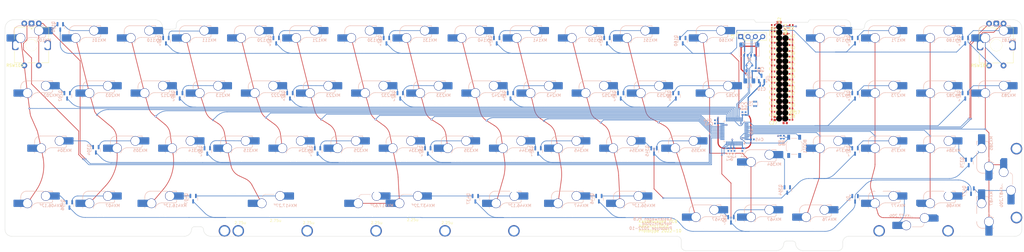
<source format=kicad_pcb>
(kicad_pcb (version 20240108) (generator "pcbnew") (generator_version "8.0")
  (layers (0 "F.Cu" signal) (31 "B.Cu" signal) (34 "B.Paste" user) (35 "F.Paste" user) (36 "B.SilkS" user "B.Silkscreen") (37 "F.SilkS" user "F.Silkscreen") (38 "B.Mask" user) (39 "F.Mask" user) (44 "Edge.Cuts" user))
  (net 0 "")
  (net 1 "BOOT0")
  (net 2 "+3V3")
  (net 3 "+5V")
  (net 4 "Net-(MX416.125-ROW)")
  (net 5 "Row0")
  (net 6 "Row1")
  (net 7 "Net-(MX100-ROW)")
  (net 8 "VBUS")
  (net 9 "Row2")
  (net 10 "Row3")
  (net 11 "Net-(MX406.125-ROW)")
  (net 14 "Net-(MX417.275-ROW)")
  (net 15 "Net-(MX417.625-ROW)")
  (net 16 "Net-(MX110-ROW)")
  (net 17 "Net-(MX111-ROW)")
  (net 18 "Net-(MX456.125-ROW)")
  (net 19 "Col0")
  (net 20 "Col1")
  (net 21 "Col2")
  (net 22 "Col3")
  (net 23 "Col4")
  (net 24 "Col5")
  (net 25 "Col6")
  (net 26 "Col7")
  (net 27 "LED-Signal-Pin")
  (net 28 "GND")
  (net 29 "Rotary0B")
  (net 30 "Rotary0A")
  (net 31 "Rotary1B")
  (net 32 "Rotary1A")
  (net 33 "D-")
  (net 34 "Net-(MX101-ROW)")
  (net 35 "Net-(MX120-ROW)")
  (net 36 "Net-(MX130-ROW)")
  (net 37 "Net-(MX121-ROW)")
  (net 38 "Net-(MX131-ROW)")
  (net 39 "Net-(MX150-ROW)")
  (net 40 "Net-(MX140-ROW)")
  (net 41 "Net-(MX151-ROW)")
  (net 42 "Net-(MX141-ROW)")
  (net 43 "Net-(MX160-ROW)")
  (net 44 "Net-(MX170-ROW)")
  (net 45 "Net-(MX180-ROW)")
  (net 46 "Net-(MX171-ROW)")
  (net 47 "Net-(MX181-ROW)")
  (net 48 "Net-(MX212-ROW)")
  (net 49 "Net-(MX202-ROW)")
  (net 50 "Net-(MX213-ROW)")
  (net 51 "Net-(MX203-ROW)")
  (net 52 "Net-(MX232-ROW)")
  (net 53 "Net-(MX222-ROW)")
  (net 54 "Net-(MX223-ROW)")
  (net 55 "Net-(MX233-ROW)")
  (net 56 "Net-(MX242-ROW)")
  (net 57 "Net-(MX252-ROW)")
  (net 58 "Net-(MX243-ROW)")
  (net 59 "Net-(MX253-ROW)")
  (net 60 "Net-(MX262-ROW)")
  (net 61 "Col10")
  (net 62 "Net-(MX282-ROW)")
  (net 63 "Net-(MX272-ROW)")
  (net 64 "Net-(MX273-ROW)")
  (net 65 "Net-(MX283-ROW)")
  (net 66 "Net-(MX304-ROW)")
  (net 67 "Net-(MX314-ROW)")
  (net 68 "Net-(MX315-ROW)")
  (net 69 "Net-(MX305-ROW)")
  (net 70 "Net-(MX334-ROW)")
  (net 71 "Net-(MX324-ROW)")
  (net 72 "Net-(MX325-ROW)")
  (net 73 "Net-(MX335-ROW)")
  (net 74 "Net-(MX344-ROW)")
  (net 75 "Net-(MX354-ROW)")
  (net 76 "Net-(MX355-ROW)")
  (net 77 "Net-(MX345-ROW)")
  (net 79 "Net-(MX364-ROW)")
  (net 80 "Net-(MX374-ROW)")
  (net 81 "Net-(MX384-ROW)")
  (net 82 "Net-(MX385-ROW)")
  (net 83 "Net-(MX375-ROW)")
  (net 84 "Net-(MX407-ROW)")
  (net 85 "Net-(MX447-ROW)")
  (net 86 "Net-(MX457-ROW)")
  (net 87 "Net-(MX467-ROW)")
  (net 88 "Net-(MX476-ROW)")
  (net 89 "Net-(MX486-ROW)")
  (net 90 "Col11")
  (net 91 "Net-(MX487-ROW)")
  (net 92 "D+")
  (net 93 "Net-(MX446.125-ROW)")
  (net 94 "Net-(R8-Pad2)")
  (net 96 "Net-(U5-NRST)")
  (net 103 "Net-(LED1-VDD)")
  (net 104 "5V")
  (net 105 "Net-(LED2-VDD)")
  (net 106 "Net-(LED3-VDD)")
  (net 107 "Net-(LED4-VDD)")
  (net 108 "Net-(LED5-VDD)")
  (net 109 "Net-(LED6-VDD)")
  (net 110 "Net-(LED7-VDD)")
  (net 111 "Net-(LED8-VDD)")
  (net 112 "Net-(LED9-VDD)")
  (net 113 "Net-(LED10-VDD)")
  (net 114 "Net-(LED11-VDD)")
  (net 115 "Net-(LED12-VDD)")
  (net 116 "Net-(LED13-VDD)")
  (net 117 "Net-(LED14-VDD)")
  (net 118 "Net-(LED15-VDD)")
  (net 119 "Net-(LED16-VDD)")
  (net 120 "LED-IN5V")
  (net 121 "Net-(LED1-DO)")
  (net 122 "Net-(LED1-DI)")
  (net 123 "Net-(LED17-VDD)")
  (net 124 "Net-(LED18-VDD)")
  (net 125 "Net-(LED19-VDD)")
  (net 126 "Net-(LED20-VDD)")
  (net 127 "Net-(LED21-VDD)")
  (net 128 "Net-(LED22-VDD)")
  (net 129 "Net-(LED23-VDD)")
  (net 130 "Net-(LED24-VDD)")
  (net 131 "Net-(LED25-VDD)")
  (net 132 "Net-(LED26-VDD)")
  (net 133 "Net-(LED27-VDD)")
  (net 134 "Net-(LED28-VDD)")
  (net 135 "Net-(LED29-VDD)")
  (net 136 "Net-(LED30-VDD)")
  (net 137 "Net-(LED31-VDD)")
  (net 138 "Net-(LED32-VDD)")
  (net 139 "Net-(LED2-DO)")
  (net 140 "Net-(LED3-DO)")
  (net 141 "Net-(LED4-DO)")
  (net 142 "Net-(LED5-DO)")
  (net 143 "Net-(LED6-DO)")
  (net 144 "Net-(LED7-DO)")
  (net 145 "Net-(LED8-DO)")
  (net 146 "Net-(LED10-DI)")
  (net 147 "Net-(LED10-DO)")
  (net 148 "Net-(LED11-DO)")
  (net 149 "Net-(LED12-DO)")
  (net 150 "Net-(LED13-DO)")
  (net 151 "Net-(LED14-DO)")
  (net 152 "Net-(LED15-DO)")
  (net 153 "Net-(LED16-DO)")
  (net 154 "Net-(LED17-DO)")
  (net 155 "Net-(LED18-DO)")
  (net 156 "Net-(LED19-DO)")
  (net 157 "Net-(LED20-DO)")
  (net 158 "Net-(LED21-DO)")
  (net 159 "Net-(LED22-DO)")
  (net 160 "Net-(LED23-DO)")
  (net 161 "Net-(LED24-DO)")
  (net 162 "Net-(LED25-DO)")
  (net 163 "Net-(LED26-DO)")
  (net 164 "Net-(LED27-DO)")
  (net 165 "Net-(LED28-DO)")
  (net 166 "Net-(LED29-DO)")
  (net 167 "Net-(LED30-DO)")
  (net 168 "Net-(LED31-DO)")
  (net 169 "Net-(LED32-DO)")
  (net 170 "Col12")
  (net 171 "Col13")
  (net 172 "Col14")
  (net 173 "Col15")
  (net 174 "Col16")
  (net 175 "Net-(MX477-ROW)")
  (net 176 "Col8")
  (net 177 "Col9")
  (footprint "PCM_marbastlib-various:ROT_Alps_EC11E-Switch" (layer "F.Cu") (at 107.15625 90.44375 180)
    (property "Reference" "RSW100")
    (property "Value" "Rotary_Encoder_Switch")
  )
  (footprint "PCM_marbastlib-various:ROT_Alps_EC11E-Switch" (layer "F.Cu") (at 440.53125 90.4875 180)
    (property "Reference" "RSW181")
    (property "Value" "Rotary_Encoder_Switch")
  )
  (footprint "Capacitor_SMD:C_0402_1005Metric" (layer "F.Cu") (at 369.616043 100.38781)
    (property "Reference" "C36")
    (property "Value" "100uF")
  )
  (footprint "Capacitor_SMD:C_0402_1005Metric" (layer "F.Cu") (at 369.616043 96.369454)
    (property "Reference" "C38")
    (property "Value" "100uF")
  )
  (footprint "PCM_marbastlib-various:LED_1206R" (layer "F.Cu") (at 367.586369 109.867211 -90)
    (property "Reference" "LED21")
    (property "Value" "TF_WS2812_1010")
  )
  (footprint "Capacitor_SMD:C_0402_1005Metric" (layer "F.Cu") (at 363.41591 93.56456 180)
    (property "Reference" "C16")
    (property "Value" "100uF")
  )
  (footprint "PCM_marbastlib-various:LED_1206R" (layer "F.Cu") (at 367.586369 99.945336 -90)
    (property "Reference" "LED26")
    (property "Value" "TF_WS2812_1010")
  )
  (footprint "Capacitor_SMD:C_0402_1005Metric" (layer "F.Cu") (at 363.419492 101.483212 180)
    (property "Reference" "C20")
    (property "Value" "100uF")
  )
  (footprint "Resistor_SMD:R_0402_1005Metric" (layer "F.Cu") (at 369.688752 83.492508 180)
    (property "Reference" "R2")
    (property "Value" "500")
  )
  (footprint "PCM_marbastlib-various:LED_1206R" (layer "F.Cu") (at 365.533516 107.882836 90)
    (property "Reference" "LED13")
    (property "Value" "TF_WS2812_1010")
  )
  (footprint "PCM_marbastlib-various:LED_1206R" (layer "F.Cu") (at 367.586369 92.007836 -90)
    (property "Reference" "LED30")
    (property "Value" "TF_WS2812_1010")
  )
  (footprint "PCM_marbastlib-various:LED_1206R" (layer "F.Cu") (at 365.533516 93.992211 90)
    (property "Reference" "LED6")
    (property "Value" "TF_WS2812_1010")
  )
  (footprint "PCM_marbastlib-various:LED_1206R" (layer "F.Cu") (at 365.533516 99.945336 90)
    (property "Reference" "LED9")
    (property "Value" "TF_WS2812_1010")
  )
  (footprint "PCM_marbastlib-various:LED_1206R" (layer "F.Cu") (at 365.533516 88.039086 90)
    (property "Reference" "LED3")
    (property "Value" "TF_WS2812_1010")
  )
  (footprint "PCM_marbastlib-various:LED_1206R" (layer "F.Cu") (at 367.586369 115.788211 -90)
    (property "Reference" "LED18")
    (property "Value" "TF_WS2812_1010")
  )
  (footprint "TFL:STAB_MX_P_2.75u_sizelabel" (layer "F.Cu") (at 190.5 147.6375 180)
    (property "Reference" "S1" (hide yes))
    (property "Value" "MX_stab 2.75")
  )
  (footprint "Connector_PinSocket_2.54mm:PinSocket_1x04_P2.54mm_Vertical" (layer "F.Cu") (at 352.196576 87.485864 90)
    (property "Reference" "J3")
    (property "Value" "Conn_01x04_Pin")
  )
  (footprint "PCM_marbastlib-various:LED_1206R" (layer "F.Cu") (at 367.586369 93.992211 -90)
    (property "Reference" "LED29")
    (property "Value" "TF_WS2812_1010")
  )
  (footprint "Capacitor_SMD:C_0402_1005Metric" (layer "F.Cu") (at 369.616043 108.275694)
    (property "Reference" "C32")
    (property "Value" "100uF")
  )
  (footprint "PCM_marbastlib-various:LED_1206R" (layer "F.Cu") (at 367.586369 97.960961 -90)
    (property "Reference" "LED27")
    (property "Value" "TF_WS2812_1010")
  )
  (footprint "Capacitor_SMD:C_0402_1005Metric" (layer "F.Cu") (at 369.616043 116.234668)
    (property "Reference" "C28")
    (property "Value" "100uF")
  )
  (footprint "PCM_marbastlib-various:LED_1206R" (layer "F.Cu") (at 365.533516 92.007836 90)
    (property "Reference" "LED5")
    (property "Value" "TF_WS2812_1010")
  )
  (footprint "Capacitor_SMD:C_0402_1005Metric" (layer "F.Cu") (at 363.419492 89.594461 180)
    (property "Reference" "C14")
    (property "Value" "100uF")
  )
  (footprint "Capacitor_SMD:C_0402_1005Metric" (layer "F.Cu") (at 363.419185 113.456475 180)
    (property "Reference" "C26")
    (property "Value" "100uF")
  )
  (footprint "TFL:STAB_MX_P_2.25u_sizelabel" (layer "F.Cu") (at 238.125 147.6375 180)
    (property "Reference" "S2" (hide yes))
    (property "Value" "MX_stab 2.25")
  )
  (footprint "PCM_marbastlib-mx:STAB_MX_P_2u" (layer "F.Cu") (at 411.95625 147.6375 180)
    (property "Reference" "S4" (hide yes))
    (property "Value" "MX_stab")
  )
  (footprint "Capacitor_SMD:C_0402_1005Metric" (layer "F.Cu") (at 363.419492 84.51682 180)
    (property "Reference" "C11")
    (property "Value" "100uF")
  )
  (footprint "Capacitor_SMD:C_0402_1005Metric" (layer "F.Cu") (at 369.616043 112.29405)
    (property "Reference" "C30")
    (property "Value" "100uF")
  )
  (footprint "Capacitor_SMD:C_0402_1005Metric" (layer "F.Cu") (at 363.419492 109.371096 180)
    (property "Reference" "C24")
    (property "Value" "100uF")
  )
  (footprint "PCM_marbastlib-various:LED_1206R" (layer "F.Cu") (at 365.533516 95.976586 90)
    (property "Reference" "LED7")
    (property "Value" "TF_WS2812_1010")
  )
  (footprint "Capacitor_SMD:C_0402_1005Metric" (layer "F.Cu") (at 369.616043 106.34093)
    (property "Reference" "C33")
    (property "Value" "100uF")
  )
  (footprint "Capacitor_SMD:C_0402_1005Metric" (layer "F.Cu") (at 363.419492 87.610086 180)
    (property "Reference" "C13")
    (property "Value" "100uF")
  )
  (footprint "PCM_marbastlib-various:LED_1206R" (layer "F.Cu") (at 365.533516 97.960961 90)
    (property "Reference" "LED8")
    (property "Value" "TF_WS2812_1010")
  )
  (footprint "PCM_marbastlib-various:LED_1206R" (layer "F.Cu") (at 367.586369 101.929711 -90)
    (property "Reference" "LED25")
    (property "Value" "TF_WS2812_1010")
  )
  (footprint "PCM_marbastlib-various:LED_1206R" (layer "F.Cu") (at 367.586369 95.976586 -90)
    (property "Reference" "LED28")
    (property "Value" "TF_WS2812_1010")
  )
  (footprint "Capacitor_SMD:C_0402_1005Metric" (layer "F.Cu") (at 369.616043 110.359286)
    (property "Reference" "C31")
    (property "Value" "100uF")
  )
  (footprint "PCM_marbastlib-various:LED_1206R" (layer "F.Cu") (at 365.533516 86.054711 90)
    (property "Reference" "LED2")
    (property "Value" "TF_WS2812_1010")
  )
  (footprint "Capacitor_SMD:C_0402_1005Metric" (layer "F.Cu") (at 369.616043 90.416334)
    (property "Reference" "C41")
    (property "Value" "100uF")
  )
  (footprint "PCM_marbastlib-various:LED_1206R" (layer "F.Cu") (at 365.533516 109.867211 90)
    (property "Reference" "LED14")
    (property "Value" "TF_WS2812_1010")
  )
  (footprint "PCM_marbastlib-various:LED_1206R" (layer "F.Cu") (at 367.586369 113.835961 -90)
    (property "Reference" "LED19")
    (property "Value" "TF_WS2812_1010")
  )
  (footprint "PCM_marbastlib-various:LED_1206R" (layer "F.Cu") (at 365.533516 101.929711 90)
    (property "Reference" "LED10")
    (property "Value" "TF_WS2812_1010")
  )
  (footprint "Capacitor_SMD:C_0402_1005Metric" (layer "F.Cu") (at 363.419492 105.501568 180)
    (property "Reference" "C22")
    (property "Value" "100uF")
  )
  (footprint "PCM_marbastlib-various:LED_1206R" (layer "F.Cu") (at 367.681279 88.039086 -90)
    (property "Reference" "LED32")
    (property "Value" "TF_WS2812_1010")
  )
  (footprint "Capacitor_SMD:C_0402_1005Metric" (layer "F.Cu") (at 363.419492 107.436332 180)
    (property "Reference" "C23")
    (property "Value" "100uF")
  )
  (footprint "PCM_marbastlib-various:LED_1206R" (layer "F.Cu") (at 367.586369 103.914086 -90)
    (property "Reference" "LED24")
    (property "Value" "TF_WS2812_1010")
  )
  (footprint "PCM_marbastlib-various:LED_1206R" (layer "F.Cu") (at 365.503084 115.788211 180)
    (property "Reference" "LED17")
    (property "Value" "TF_WS2812_1010")
  )
  (footprint "PCM_marbastlib-mx:STAB_MX_P_2u" (layer "F.Cu") (at 440.53125 138.1125 -90)
    (property "Reference" "S5" (hide yes))
    (property "Value" "MX_stab")
  )
  (footprint "Capacitor_SMD:C_0402_1005Metric" (layer "F.Cu") (at 369.616043 92.499926)
    (property "Reference" "C40")
    (property "Value" "100uF")
  )
  (footprint "Capacitor_SMD:C_0402_1005Metric" (layer "F.Cu") (at 369.616043 94.43469)
    (property "Reference" "C39")
    (property "Value" "100uF")
  )
  (footprint "Capacitor_SMD:C_0402_1005Metric" (layer "F.Cu") (at 363.419492 97.464856 180)
    (property "Reference" "C18")
    (property "Value" "100uF")
  )
  (footprint "PCM_marbastlib-mx:STAB_MX_P_6.25u" (layer "F.Cu") (at 223.8375 147.6375 180)
    (property "Reference" "S3" (hide yes))
    (property "Value" "MX_stab 6.25")
  )
  (footprint "Capacitor_SMD:C_0402_1005Metric" (layer "F.Cu") (at 369.616043 114.377642)
    (property "Reference" "C29")
    (property "Value" "100uF")
  )
  (footprint "Capacitor_SMD:C_0402_1005Metric" (layer "F.Cu") (at 363.419185 116.185086 180)
    (property "Reference" "C27")
    (property "Value" "100uF")
  )
  (footprint "PCM_marbastlib-various:LED_1206R" (layer "F.Cu") (at 365.533516 113.835961 90)
    (property "Reference" "LED16")
    (property "Value" "TF_WS2812_1010")
  )
  (footprint "PCM_marbastlib-various:LED_1206R" (layer "F.Cu") (at 367.586369 107.882836 -90)
    (property "Reference" "LED22")
    (property "Value" "TF_WS2812_1010")
  )
  (footprint "Capacitor_SMD:C_0402_1005Metric" (layer "F.Cu") (at 363.419492 111.454688 180)
    (property "Reference" "C25")
    (property "Value" "100uF")
  )
  (footprint "Capacitor_SMD:C_0402_1005Metric" (layer "F.Cu") (at 369.616043 102.322574)
    (property "Reference" "C35")
    (property "Value" "100uF")
  )
  (footprint "Capacitor_SMD:C_0402_1005Metric" (layer "F.Cu") (at 363.419492 99.548448 180)
    (property "Reference" "C19")
    (property "Value" "100uF")
  )
  (footprint "PCM_marbastlib-various:LED_1206R" (layer "F.Cu") (at 365.503084 84.070336 90)
    (property "Reference" "LED1")
    (property "Value" "TF_WS2812_1010")
  )
  (footprint "Capacitor_SMD:C_0402_1005Metric" (layer "F.Cu") (at 369.616043 88.48157)
    (property "Reference" "C42")
    (property "Value" "100uF")
  )
  (footprint "PCM_marbastlib-various:LED_1206R" (layer "F.Cu") (at 365.533516 105.898461 90)
    (property "Reference" "LED12")
    (property "Value" "TF_WS2812_1010")
  )
  (footprint "Resistor_SMD:R_0402_1005Metric" (layer "F.Cu") (at 363.437976 83.475024 180)
    (property "Reference" "R1")
    (property "Value" "500")
  )
  (footprint "Capacitor_SMD:C_0402_1005Metric" (layer "F.Cu") (at 363.419492 103.417976 180)
    (property "Reference" "C21")
    (property "Value" "100uF")
  )
  (footprint "Capacitor_SMD:C_0402_1005Metric" (layer "F.Cu") (at 369.616043 98.453046)
    (property "Reference" "C37")
    (property "Value" "100uF")
  )
  (footprint "PCM_marbastlib-various:LED_1206R" (layer "F.Cu") (at 367.586369 105.898461 -90)
    (property "Reference" "LED23")
    (property "Value" "TF_WS2812_1010")
  )
  (footprint "Capacitor_SMD:C_0402_1005Metric" (layer "F.Cu") (at 363.411788 91.586113 180)
    (property "Reference" "C15")
    (property "Value" "100uF")
  )
  (footprint "PCM_marbastlib-various:LED_1206R" (layer "F.Cu") (at 365.533516 90.023461 90)
    (property "Reference" "LED4")
    (property "Value" "TF_WS2812_1010")
  )
  (footprint "PCM_marbastlib-various:LED_1206R" (layer "F.Cu") (at 365.533516 111.851586 90)
    (property "Reference" "LED15")
    (property "Value" "TF_WS2812_1010")
  )
  (footprint "PCM_marbastlib-various:LED_1206R" (layer "F.Cu") (at 367.586369 111.851586 -90)
    (property "Reference" "LED20")
    (property "Value" "TF_WS2812_1010")
  )
  (footprint "PCM_marbastlib-various:LED_1206R" (layer "F.Cu") (at 367.586369 90.023461 -90)
    (property "Reference" "LED31")
    (property "Value" "TF_WS2812_1010")
  )
  (footprint "Capacitor_SMD:C_0402_1005Metric" (layer "F.Cu") (at 369.616043 104.406166)
    (property "Reference" "C34")
    (property "Value" "100uF")
  )
  (footprint "Capacitor_SMD:C_0402_1005Metric" (layer "F.Cu") (at 363.419492 85.625711 180)
    (property "Reference" "C12")
    (property "Value" "100uF")
  )
  (footprint "PCM_marbastlib-various:LED_1206R" (layer "F.Cu") (at 365.533516 103.914086 90)
    (property "Reference" "LED11")
    (property "Value" "TF_WS2812_1010")
  )
  (footprint "Capacitor_SMD:C_0402_1005Metric" (layer "F.Cu") (at 363.419492 95.530092 180)
    (property "Reference" "C17")
    (property "Value" "100uF")
  )
  (footprint "Package_TO_SOT_SMD:SOT-23" (layer "B.Cu") (at 117.078125 84.1375 -90)
    (property "Reference" "D100")
    (property "Value" "BAV70")
  )
  (footprint "Package_TO_SOT_SMD:SOT-23" (layer "B.Cu") (at 153.590625 88.9 -90)
    (property "Reference" "D101")
    (property "Value" "BAV70")
  )
  (footprint "Package_TO_SOT_SMD:SOT-23" (layer "B.Cu") (at 191.690625 88.9 -90)
    (property "Reference" "D120")
    (property "Value" "BAV70")
  )
  (footprint "Package_TO_SOT_SMD:SOT-23" (layer "B.Cu") (at 229.790625 88.9 -90)
    (property "Reference" "D121")
    (property "Value" "BAV70")
  )
  (footprint "Package_TO_SOT_SMD:SOT-23" (layer "B.Cu") (at 267.890625 88.9 -90)
    (property "Reference" "D140")
    (property "Value" "BAV70")
  )
  (footprint "Package_TO_SOT_SMD:SOT-23" (layer "B.Cu") (at 305.990625 88.9 -90)
    (property "Reference" "D141")
    (property "Value" "BAV70")
  )
  (footprint "Package_TO_SOT_SMD:SOT-23" (layer "B.Cu") (at 332.184375 88.9 -90)
    (property "Reference" "D160")
    (property "Value" "BAV70")
  )
  (footprint "Package_TO_SOT_SMD:SOT-23" (layer "B.Cu") (at 391.715625 88.9 -90)
    (property "Reference" "D170")
    (property "Value" "BAV70")
  )
  (footprint "Package_TO_SOT_SMD:SOT-23" (layer "B.Cu") (at 429.815625 88.9 -90)
    (property "Reference" "D171")
    (property "Value" "BAV70")
  )
  (footprint "Package_TO_SOT_SMD:SOT-23" (layer "B.Cu") (at 119.459375 107.95 -90)
    (property "Reference" "D202")
    (property "Value" "BAV70")
  )
  (footprint "Package_TO_SOT_SMD:SOT-23" (layer "B.Cu") (at 158.353125 107.95 -90)
    (property "Reference" "D203")
    (property "Value" "BAV70")
  )
  (footprint "Package_TO_SOT_SMD:SOT-23" (layer "B.Cu") (at 196.453125 107.95 -90)
    (property "Reference" "D222")
    (property "Value" "BAV70")
  )
  (footprint "Package_TO_SOT_SMD:SOT-23" (layer "B.Cu") (at 234.553125 107.95 -90)
    (property "Reference" "D223")
    (property "Value" "BAV70")
  )
  (footprint "Package_TO_SOT_SMD:SOT-23" (layer "B.Cu") (at 272.653125 107.95 -90)
    (property "Reference" "D242")
    (property "Value" "BAV70")
  )
  (footprint "Package_TO_SOT_SMD:SOT-23" (layer "B.Cu") (at 310.753125 107.95 -90)
    (property "Reference" "D243")
    (property "Value" "BAV70")
  )
  (footprint "Package_TO_SOT_SMD:SOT-23" (layer "B.Cu") (at 329.803125 107.95 -90)
    (property "Reference" "D262")
    (property "Value" "BAV70")
  )
  (footprint "Package_TO_SOT_SMD:SOT-23" (layer "B.Cu") (at 391.715625 107.95 -90)
    (property "Reference" "D272")
    (property "Value" "BAV70")
  )
  (footprint "Package_TO_SOT_SMD:SOT-23" (layer "B.Cu") (at 429.815625 107.95 -90)
    (property "Reference" "D273")
    (property "Value" "BAV70")
  )
  (footprint "Package_TO_SOT_SMD:SOT-23" (layer "B.Cu") (at 129.38125 126.603125 -90)
    (property "Reference" "D304")
    (property "Value" "BAV70")
  )
  (footprint "Package_TO_SOT_SMD:SOT-23" (layer "B.Cu") (at 167.878125 127 -90)
    (property "Reference" "D305")
    (property "Value" "BAV70")
  )
  (footprint "Package_TO_SOT_SMD:SOT-23" (layer "B.Cu") (at 205.978125 127 -90)
    (property "Reference" "D324")
    (property "Value" "BAV70")
  )
  (footprint "Package_TO_SOT_SMD:SOT-23" (layer "B.Cu") (at 244.078125 127 -90)
    (property "Reference" "D325")
    (property "Value" "BAV70")
  )
  (footprint "Package_TO_SOT_SMD:SOT-23" (layer "B.Cu") (at 282.178125 127 -90)
    (property "Reference" "D344")
    (property "Value" "BAV70")
  )
  (footprint "Package_TO_SOT_SMD:SOT-23" (layer "B.Cu") (at 322.2625 127 -90)
    (property "Reference" "D345")
    (property "Value" "BAV70")
  )
  (footprint "Package_TO_SOT_SMD:SOT-23" (layer "B.Cu") (at 368.3 140.49375 -90)
    (property "Reference" "D364")
    (property "Value" "BAV70")
  )
  (footprint "Package_TO_SOT_SMD:SOT-23" (layer "B.Cu") (at 391.715625 127 -90)
    (property "Reference" "D374")
    (property "Value" "BAV70")
  )
  (footprint "Package_TO_SOT_SMD:SOT-23" (layer "B.Cu") (at 431.00625 130.96875 -90)
    (property "Reference" "D375")
    (property "Value" "BAV70")
  )
  (footprint "Package_TO_SOT_SMD:SOT-23" (layer "B.Cu") (at 120.253125 145.653125 -90)
    (property "Reference" "D406")
    (property "Value" "BAV70")
  )
  (footprint "Package_TO_SOT_SMD:SOT-23" (layer "B.Cu") (at 162.994355 143.481133 -90)
    (property "Reference" "D407")
    (property "Value" "BAV70")
  )
  (footprint "Package_TO_SOT_SMD:SOT-23" (layer "B.Cu") (at 260.511882 143.518259 -90)
    (property "Reference" "D437")
    (property "Value" "BAV70")
  )
  (footprint "Package_TO_SOT_SMD:SOT-23" (layer "B.Cu") (at 303.20155 143.495815 -90)
    (property "Reference" "D446")
    (property "Value" "BAV70")
  )
  (footprint "Package_TO_SOT_SMD:SOT-23" (layer "B.Cu") (at 348.853125 150.8125 -90)
    (property "Reference" "D457")
    (property "Value" "BAV70")
  )
  (footprint "Package_TO_SOT_SMD:SOT-23" (layer "B.Cu") (at 431.8 140.890625 -90)
    (property "Reference" "D477")
    (property "Value" "BAV70")
  )
  (footprint "TFL:SW_MX_HS_CPG151101S11_1u+3d" (layer "B.Cu") (at 126.206144 90.487424 180)
    (property "Reference" "MX101")
    (property "Value" "MX-NoLED")
  )
  (footprint "TFL:SW_MX_HS_CPG151101S11_1u+3d" (layer "B.Cu") (at 145.25625 90.4875 180)
    (property "Reference" "MX110")
    (property "Value" "MX-NoLED")
  )
  (footprint "TFL:SW_MX_HS_CPG151101S11_1u+3d" (layer "B.Cu") (at 164.30625 90.4875 180)
    (property "Reference" "MX111")
    (property "Value" "MX-NoLED")
  )
  (footprint "TFL:SW_MX_HS_CPG151101S11_1u+3d" (layer "B.Cu") (at 183.35625 90.4875 180)
    (property "Reference" "MX120")
    (property "Value" "MX-NoLED")
  )
  (footprint "TFL:SW_MX_HS_CPG151101S11_1u+3d" (layer "B.Cu") (at 202.40625 90.4875 180)
    (property "Reference" "MX121")
    (property "Value" "MX-NoLED")
  )
  (footprint "TFL:SW_MX_HS_CPG151101S11_1u+3d" (layer "B.Cu") (at 221.45625 90.4875 180)
    (property "Reference" "MX130")
    (property "Value" "MX-NoLED")
  )
  (footprint "TFL:SW_MX_HS_CPG151101S11_1u+3d" (layer "B.Cu") (at 240.50625 90.4875 180)
    (property "Reference" "MX131")
    (property "Value" "MX-NoLED")
  )
  (footprint "TFL:SW_MX_HS_CPG151101S11_1u+3d" (layer "B.Cu") (at 259.55625 90.4875 180)
    (property "Reference" "MX140")
    (property "Value" "MX-NoLED")
  )
  (footprint "TFL:SW_MX_HS_CPG151101S11_1u+3d" (layer "B.Cu") (at 278.60625 90.4875 180)
    (property "Reference" "MX141")
    (property "Value" "MX-NoLED")
  )
  (footprint "TFL:SW_MX_HS_CPG151101S11_1u+3d" (layer "B.Cu") (at 297.65625 90.4875 180)
    (property "Reference" "MX150")
    (property "Value" "MX-NoLED")
  )
  (footprint "TFL:SW_MX_HS_CPG151101S11_1u+3d" (layer "B.Cu") (at 316.70625 90.4875 180)
    (property "Reference" "MX151")
    (property "Value" "MX-NoLED")
  )
  (footprint "TFL:SW_MX_HS_CPG151101S11_1.75u+3d" (layer "B.Cu") (at 342.9 90.4875 180)
    (property "Reference" "MX160")
    (property "Value" "MX-NoLED")
  )
  (footprint "TFL:SW_MX_HS_CPG151101S11_1u+3d" (layer "B.Cu") (at 383.38125 90.4875 180)
    (property "Reference" "MX170")
    (property "Value" "MX-NoLED")
  )
  (footprint "TFL:SW_MX_HS_CPG151101S11_1u+3d" (layer "B.Cu") (at 402.43125 90.4875 180)
    (property "Reference" "MX171")
    (property "Value" "MX-NoLED")
  )
  (footprint "TFL:SW_MX_HS_CPG151101S11_1u+3d" (layer "B.Cu") (at 421.48125 90.4875 180)
    (property "Reference" "MX180")
    (property "Value" "MX-NoLED")
  )
  (footprint "TFL:SW_MX_HS_CPG151101S11_1u+3d" (layer "B.Cu") (at 440.53125 90.4875 180)
    (property "Reference" "MX181")
    (property "Value" "MX-NoLED")
  )
  (footprint "TFL:SW_MX_HS_CPG151101S11_1.25u+3d" (layer "B.Cu") (at 109.5375 109.5375 180)
    (property "Reference" "MX202")
    (property "Value" "MX-NoLED")
  )
  (footprint "TFL:SW_MX_HS_CPG151101S11_1u+3d" (layer "B.Cu") (at 130.96875 109.5375 180)
    (property "Reference" "MX203")
    (property "Value" "MX-NoLED")
  )
  (footprint "TFL:SW_MX_HS_CPG151101S11_1u+3d" (layer "B.Cu") (at 150.01875 109.5375 180)
    (property "Reference" "MX212")
    (property "Value" "MX-NoLED")
  )
  (footprint "TFL:SW_MX_HS_CPG151101S11_1u+3d" (layer "B.Cu") (at 169.06875 109.5375 180)
    (property "Reference" "MX213")
    (property "Value" "MX-NoLED")
  )
  (footprint "TFL:SW_MX_HS_CPG151101S11_1u+3d" (layer "B.Cu") (at 188.11875 109.5375 180)
    (property "Reference" "MX222")
    (property "Value" "MX-NoLED")
  )
  (footprint "TFL:SW_MX_HS_CPG151101S11_1u+3d" (layer "B.Cu") (at 207.16875 109.5375 180)
    (property "Reference" "MX223")
    (property "Value" "MX-NoLED")
  )
  (footprint "TFL:SW_MX_HS_CPG151101S11_1u+3d" (layer "B.Cu") (at 226.21875 109.5375 180)
    (property "Reference" "MX232")
    (property "Value" "MX-NoLED")
  )
  (footprint "TFL:SW_MX_HS_CPG151101S11_1u+3d" (layer "B.Cu") (at 245.26875 109.5375 180)
    (property "Reference" "MX233")
    (property "Value" "MX-NoLED")
  )
  (footprint "TFL:SW_MX_HS_CPG151101S11_1u+3d" (layer "B.Cu") (at 264.31875 109.5375 180)
    (property "Reference" "MX242")
    (property "Value" "MX-NoLED")
  )
  (footprint "TFL:SW_MX_HS_CPG151101S11_1u+3d" (layer "B.Cu") (at 283.36875 109.5375 180)
    (property "Reference" "MX243")
    (property "Value" "MX-NoLED")
  )
  (footprint "TFL:SW_MX_HS_CPG151101S11_1u+3d" (layer "B.Cu") (at 302.41875 109.5375 180)
    (property "Reference" "MX252")
    (property "Value" "MX-NoLED")
  )
  (footprint "TFL:SW_MX_HS_CPG151101S11_1u+3d" (layer "B.Cu") (at 321.46875 109.5375 180)
    (property "Reference" "MX253")
    (property "Value" "MX-NoLED")
  )
  (footprint "TFL:SW_MX_HS_CPG151101S11_1.5u_+3d" (layer "B.Cu") (at 345.28125 109.5375 180)
    (property "Reference" "MX262")
    (property "Value" "MX-NoLED")
  )
  (footprint "TFL:SW_MX_HS_CPG151101S11_1u+3d" (layer "B.Cu") (at 383.38125 109.5375 180)
    (property "Reference" "MX272")
    (property "Value" "MX-NoLED")
  )
  (footprint "TFL:SW_MX_HS_CPG151101S11_1u+3d" (layer "B.Cu") (at 402.43125 109.5375 180)
    (property "Reference" "MX273")
    (property "Value" "MX-NoLED")
  )
  (footprint "TFL:SW_MX_HS_CPG151101S11_1u+3d" (layer "B.Cu") (at 421.48125 109.5375 180)
    (property "Reference" "MX282")
    (property "Value" "MX-NoLED")
  )
  (footprint "TFL:SW_MX_HS_CPG151101S11_1u+3d" (layer "B.Cu") (at 440.53125 109.5375 180)
    (property "Reference" "MX283")
    (property "Value" "MX-NoLED")
  )
  (footprint "TFL:SW_MX_HS_CPG151101S11_1.75u+3d" (layer "B.Cu") (at 114.3 128.5875 180)
    (property "Reference" "MX304")
    (property "Value" "MX-NoLED")
  )
  (footprint "TFL:SW_MX_HS_CPG151101S11_1u+3d" (layer "B.Cu") (at 140.49375 128.5875 180)
    (property "Reference" "MX305")
    (property "Value" "MX-NoLED")
  )
  (footprint "TFL:SW_MX_HS_CPG151101S11_1u+3d" (layer "B.Cu") (at 159.54375 128.5875 180)
    (property "Reference" "MX314")
    (property "Value" "MX-NoLED")
  )
  (footprint "TFL:SW_MX_HS_CPG151101S11_1u+3d" (layer "B.Cu") (at 178.59375 128.5875 180)
    (property "Reference" "MX315")
    (property "Value" "MX-NoLED")
  )
  (footprint "TFL:SW_MX_HS_CPG151101S11_1u+3d" (layer "B.Cu") (at 197.64375 128.5875 180)
    (property "Reference" "MX324")
    (property "Value" "MX-NoLED")
  )
  (footprint "TFL:SW_MX_HS_CPG151101S11_1u+3d" (layer "B.Cu") (at 216.69375 128.5875 180)
    (property "Reference" "MX325")
    (property "Value" "MX-NoLED")
  )
  (footprint "TFL:SW_MX_HS_CPG151101S11_1u+3d" (layer "B.Cu") (at 235.74375 128.5875 180)
    (property "Reference" "MX334")
    (property "Value" "MX-NoLED")
  )
  (footprint "TFL:SW_MX_HS_CPG151101S11_1u+3d" (layer "B.Cu") (at 254.79375 128.5875 180)
    (property "Reference" "MX335")
    (property "Value" "MX-NoLED")
  )
  (footprint "TFL:SW_MX_HS_CPG151101S11_1u+3d" (layer "B.Cu") (at 273.84375 128.5875 180)
    (property "Reference" "MX344")
    (property "Value" "MX-NoLED")
  )
  (footprint "TFL:SW_MX_HS_CPG151101S11_1u+3d" (layer "B.Cu") (at 292.89375 128.5875 180)
    (property "Reference" "MX345")
    (property "Value" "MX-NoLED")
  )
  (footprint "TFL:SW_MX_HS_CPG151101S11_1u+3d" (layer "B.Cu") (at 311.94375 128.5875 180)
    (property "Reference" "MX354")
    (property "Value" "MX-NoLED")
  )
  (footprint "TFL:SW_MX_HS_CPG151101S11_1.25u+3d" (layer "B.Cu") (at 333.375 128.5875 180)
    (property "Reference" "MX355")
    (property "Value" "MX-NoLED")
  )
  (footprint "TFL:SW_MX_HS_CPG151101S11_1u+3d" (layer "B.Cu") (at 359.56875 133.35 180)
    (property "Reference" "MX364")
    (property "Value" "MX-NoLED")
  )
  (footprint "TFL:SW_MX_HS_CPG151101S11_1u+3d" (layer "B.Cu") (at 383.38125 128.5875 180)
    (property "Reference" "MX374")
    (property "Value" "MX-NoLED")
  )
  (footprint "TFL:SW_MX_HS_CPG151101S11_1u+3d" (layer "B.Cu") (at 402.43125 128.5875 180)
    (property "Reference" "MX375")
    (property "Value" "MX-NoLED")
  )
  (footprint "TFL:SW_MX_HS_CPG151101S11_1u+3d" (layer "B.Cu") (at 421.48125 128.5875 180)
    (property "Reference" "MX384")
    (property "Value" "MX-NoLED")
  )
  (footprint "TFL:SW_MX_HS_CPG151101S11_1u+3d" (layer "B.Cu") (at 440.53125 128.5875 -90)
    (property "Reference" "MX385")
    (property "Value" "MX-NoLED")
  )
  (footprint "TFL:SW_MX_HS_CPG151101S11_1u+3d" (layer "B.Cu") (at 292.89375 147.6375 180)
    (property "Reference" "MX447")
    (property "Value" "MX-NoLED")
  )
  (footprint "TFL:SW_MX_HS_CPG151101S11_1u+3d" (layer "B.Cu") (at 340.51875 152.4 180)
    (property "Reference" "MX457")
    (property "Value" "MX-NoLED")
  )
  (footprint "TFL:SW_MX_HS_CPG151101S11_1u+3d" (layer "B.Cu") (at 359.56875 152.4 180)
    (property "Reference" "MX467")
    (property "Value" "MX-NoLED")
  )
  (footprint "TFL:SW_MX_HS_CPG151101S11_1u+3d" (layer "B.Cu") (at 378.61875 152.4 180)
    (property "Reference" "MX476")
    (property "Value" "MX-NoLED")
  )
  (footprint "TFL:SW_MX_HS_CPG151101S11_1u+3d" (layer "B.Cu") (at 402.43125 147.6375 180)
    (property "Reference" "MX477")
    (property "Value" "MX-NoLED")
  )
  (footprint "PCM_marbastlib-mx:SW_MX_HS_S_CPG151101S11_1u" (layer "B.Cu") (at 411.95625 147.6375)
    (property "Reference" "MX477.200")
    (property "Value" "MX-NoLED")
  )
  (footprint "TFL:SW_MX_HS_CPG151101S11_1u+3d" (layer "B.Cu") (at 421.48125 147.6375 180)
    (property "Reference" "MX486")
    (property "Value" "MX-NoLED")
  )
  (footprint "TFL:SW_MX_HS_CPG151101S11_1u+3d" (layer "B.Cu") (at 440.53125 147.6375 -90)
    (property "Reference" "MX487")
    (property "Value" "MX-NoLED")
  )
  (footprint "PCM_marbastlib-mx:SW_MX_HS_S_CPG151101S11_1u" (layer "B.Cu") (at 440.53125 138.1125 90)
    (property "Reference" "MX487.200")
    (property "Value" "MX-NoLED")
  )
  (footprint "TFL:SW_MX_HS_CPG151101S11_1u+3d" (layer "B.Cu") (at 107.15625 90.4875 180)
    (property "Reference" "MX100")
    (property "Value" "MX-NoLED")
  )
  (footprint "Capacitor_SMD:C_0402_1005Metric" (layer "B.Cu") (at 357.414319 98.895434 90)
    (property "Reference" "C8")
    (property "Value" "100nF")
  )
  (footprint "Capacitor_SMD:C_0402_1005Metric" (layer "B.Cu") (at 349.00166 126.503801 90)
    (property "Reference" "C46")
    (property "Value" "10nF")
  )
  (footprint "Package_TO_SOT_SMD:SOT-563" (layer "B.Cu") (at 357.1875 110.728125 -90)
    (property "Reference" "U1")
    (property "Value" "SN74LVC1T45DRL")
  )
  (footprint "Capacitor_SMD:C_0402_1005Metric" (layer "B.Cu") (at 352.792593 126.520913 90)
    (property "Reference" "C1")
    (property "Value" "100nF")
  )
  (footprint "TFL:SW_MX_HS_CPG151101S11_1.25u+3d" (layer "B.Cu") (at 109.5375 147.6375 180)
    (property "Reference" "MX406.125")
    (property "Value" "MX-NoLED")
  )
  (footprint "Capacitor_SMD:C_0402_1005Metric" (layer "B.Cu") (at 343.79268 116.383497)
    (property "Reference" "C44")
    (property "Value" "4.7uF")
  )
  (footprint "TFL:SW_MX_HS_CPG151101S11_1u+3d" (layer "B.Cu") (at 130.96875 147.6375 180)
    (property "Reference" "MX407")
    (property "Value" "MX-NoLED")
  )
  (footprint "Capacitor_SMD:C_0402_1005Metric" (layer "B.Cu") (at 358.526652 98.895434 90)
    (property "Reference" "C9")
    (property "Value" "1uF")
  )
  (footprint "Capacitor_SMD:C_0402_1005Metric" (layer "B.Cu") (at 359.41962 104.477256)
    (property "Reference" "C10")
    (property "Value" "1uF")
  )
  (footprint "Fuse:Fuse_1206_3216Metric" (layer "B.Cu") (at 355.203125 102.790625)
    (property "Reference" "F1")
    (property "Value" "500mA")
  )
  (footprint "TFL:SW_MX_HS_CPG151101S11_1.25u+3d" (layer "B.Cu") (at 152.4 147.6375 180)
    (property "Reference" "MX416.125")
    (property "Value" "MX-NoLED")
  )
  (footprint "Capacitor_SMD:C_0402_1005Metric" (layer "B.Cu") (at 356.280739 123.003944 180)
    (property "Reference" "C45")
    (property "Value" "100nF")
  )
  (footprint "TFL:SW_MX_HS_CPG151101S11_1.25u+3d" (layer "B.Cu") (at 314.325 147.6375 180)
    (property "Reference" "MX456.125")
    (property "Value" "MX-NoLED")
  )
  (footprint "Package_TO_SOT_SMD:SOT-143" (layer "B.Cu") (at 355.203125 98.425)
    (property "Reference" "U2")
    (property "Value" "PRTR5V0U2X")
  )
  (footprint "Capacitor_SMD:C_0402_1005Metric" (layer "B.Cu") (at 353.900545 114.059073 -90)
    (property "Reference" "C48")
    (property "Value" "100nF")
  )
  (footprint "PCM_marbastlib-mx:SW_MX_HS_S_CPG151101S11_1u" (layer "B.Cu") (at 223.8375 147.6375 180)
    (property "Reference" "MX417.625")
    (property "Value" "MX-NoLED")
  )
  (footprint "Capacitor_SMD:C_0402_1005Metric" (layer "B.Cu") (at 352.792683 114.059073 -90)
    (property "Reference" "C49")
    (property "Value" "4.7uF")
  )
  (footprint "Resistor_SMD:R_0402_1005Metric" (layer "B.Cu") (at 367.109375 122.2375 -90)
    (property "Reference" "R8")
    (property "Value" "5.1k")
  )
  (footprint "TFL:SW_MX_HS_CPG151101S11_1.25u+3d" (layer "B.Cu") (at 271.4625 147.6375 180)
    (property "Reference" "MX446.125")
    (property "Value" "MX-NoLED")
  )
  (footprint "PCM_marbastlib-various:Molex_Pico-EZmate_78171-0004_1x04-1MP_P1.20mm_Vertical" (layer "B.Cu") (at 355.203125 92.075)
    (property "Reference" "J2")
    (property "Value" "X1224WRS-04-LPV01")
  )
  (footprint "Resistor_SMD:R_0402_1005Metric" (layer "B.Cu") (at 366.063259 122.2375 90)
    (property "Reference" "R9")
    (property "Value" "5.1k")
  )
  (footprint "Capacitor_SMD:C_0402_1005Metric" (layer "B.Cu") (at 347.959864 126.503801 90)
    (property "Reference" "C47")
    (property "Value" "1uF")
  )
  (footprint "Button_Switch_SMD:SW_SPST_TL3342" (layer "B.Cu") (at 370.68125 125.4125 90)
    (property "Reference" "BOOT1")
    (property "Value" "SW_SPST")
  )
  (footprint "Capacitor_SMD:C_0402_1005Metric" (layer "B.Cu") (at 343.796364 117.50768)
    (property "Reference" "C43")
    (property "Value" "100nF")
  )
  (footprint "Package_TO_SOT_SMD:SOT-23" (layer "B.Cu") (at 359.41962 101.94718 90)
    (property "Reference" "U4")
    (property "Value" "XC6206PxxxMR-Regulator_Linear")
  )
  (footprint "PCM_marbastlib-mx:SW_MX_HS_S_CPG151101S11_1u" (layer "B.Cu") (at 238.125 147.6375 180)
    (property "Reference" "MX437.225")
    (property "Value" "MX-NoLED")
  )
  (footprint "Package_QFP:LQFP-48_7x7mm_P0.5mm" (layer "B.Cu") (at 350.04375 120.253125 90)
    (property "Reference" "U5")
    (property "Value" "STM32F072CBT6")
  )
  (footprint "Package_TO_SOT_SMD:SOT-23" (layer "B.Cu") (at 391.729716 143.528584 -90)
    (property "Reference" "D1")
    (property "Value" "BAV70")
  )
  (footprint "PCM_marbastlib-mx:SW_MX_HS_S_CPG151101S11_1u" (layer "B.Cu") (at 190.5 147.6375 180)
    (property "Reference" "MX417.275")
    (property "Value" "MX-NoLED")
  )
  (footprint "Capacitor_SMD:C_0402_1005Metric" (layer "B.Cu") (at 350.043456 126.503801 -90)
    (property "Reference" "C2")
    (property "Value" "100nF")
  )
  (gr_arc (start 97.981168 84.668386) (mid 98.859842 82.54705) (end 100.981168 81.668386) (stroke (width 0.1)) (layer "Edge.Cuts"))
  (gr_line (start 163.461099 153.168228) (end 165.561099 153.168228) (stroke (width 0.1)) (layer "Edge.Cuts"))
  (gr_arc (start 169.05538 156.468228) (mid 167.338887 155.785793) (end 166.559465 154.111085) (stroke (width 0.1)) (layer "Edge.Cuts"))
  (gr_arc (start 357.649728 82.568386) (mid 357.314317 82.439196) (end 357.152234 82.118386) (stroke (width 0.1)) (layer "Edge.Cuts"))
  (gr_arc (start 162.462733 154.111085) (mid 162.774508 153.44123) (end 163.461099 153.168228) (stroke (width 0.1)) (layer "Edge.Cuts"))
  (gr_arc (start 375.688472 82.118386) (mid 375.526388 82.439196) (end 375.190978 82.568386) (stroke (width 0.1)) (layer "Edge.Cuts"))
  (gr_arc (start 330.153927 156.468228) (mid 331.215719 156.908037) (end 331.655528 157.969829) (stroke (width 0.1)) (layer "Edge.Cuts"))
  (gr_line (start 100.281168 156.468228) (end 159.966818 156.468228) (stroke (width 0.1)) (layer "Edge.Cuts"))
  (gr_arc (start 157.192621 83.968386) (mid 156.899726 84.675496) (end 156.192621 84.968386) (stroke (width 0.1)) (layer "Edge.Cuts"))
  (gr_arc (start 162.462733 154.111085) (mid 161.683351 155.785839) (end 159.966818 156.468228) (stroke (width 0.1)) (layer "Edge.Cuts"))
  (gr_arc (start 370.185635 158.121212) (mid 370.872242 158.394183) (end 371.184001 159.064069) (stroke (width 0.1)) (layer "Edge.Cuts"))
  (gr_line (start 368.085635 158.121212) (end 370.185635 158.121212) (stroke (width 0.1)) (layer "Edge.Cuts"))
  (gr_arc (start 157.192621 83.468386) (mid 157.719827 82.195597) (end 158.992621 81.668386) (stroke (width 0.1)) (layer "Edge.Cuts"))
  (gr_line (start 373.679916 161.421212) (end 385.943148 161.421212) (stroke (width 0.1)) (layer "Edge.Cuts"))
  (gr_arc (start 446.386398 81.668386) (mid 448.507719 82.547065) (end 449.386398 84.668386) (stroke (width 0.1)) (layer "Edge.Cuts"))
  (gr_line (start 446.386398 81.668386) (end 397.492363 81.668386) (stroke (width 0.1)) (layer "Edge.Cuts"))
  (gr_arc (start 387.444749 158.669829) (mid 388.027886 157.177307) (end 389.468386 156.475432) (stroke (width 0.1)) (layer "Edge.Cuts"))
  (gr_arc (start 446.781432 156.468228) (mid 446.758862 156.468563) (end 446.736289 156.468676) (stroke (width 0.1)) (layer "Edge.Cuts"))
  (gr_line (start 149.89834 81.668386) (end 100.981168 81.668386) (stroke (width 0.1)) (layer "Edge.Cuts"))
  (gr_line (start 333.15713 161.421212) (end 364.591354 161.421212) (stroke (width 0.1)) (layer "Edge.Cuts"))
  (gr_arc (start 387.444749 159.91961) (mid 387.00494 160.981403) (end 385.943148 161.421212) (stroke (width 0.1)) (layer "Edge.Cuts"))
  (gr_line (start 97.981168 84.668386) (end 97.981168 154.168228) (stroke (width 0.1)) (layer "Edge.Cuts"))
  (gr_arc (start 449.386398 154.168228) (mid 448.712744 155.794574) (end 447.086398 156.468228) (stroke (width 0.1)) (layer "Edge.Cuts"))
  (gr_line (start 389.468386 156.475432) (end 446.736289 156.468676) (stroke (width 0.1)) (layer "Edge.Cuts"))
  (gr_arc (start 367.087269 159.064069) (mid 367.399029 158.394183) (end 368.085635 158.121212) (stroke (width 0.1)) (layer "Edge.Cuts"))
  (gr_line (start 390.198082 83.968386) (end 390.198082 83.468386) (stroke (width 0.1)) (layer "Edge.Cuts"))
  (gr_arc (start 373.679916 161.421212) (mid 371.9634 160.738785) (end 371.184001 159.064069) (stroke (width 0.1)) (layer "Edge.Cuts"))
  (gr_line (start 157.192621 83.468386) (end 157.192621 83.968386) (stroke (width 0.1)) (layer "Edge.Cuts"))
  (gr_line (start 393.998082 84.968386) (end 391.198082 84.968386) (stroke (width 0.1)) (layer "Edge.Cuts"))
  (gr_line (start 446.781432 156.468228) (end 447.086398 156.468228) (stroke (width 0.1)) (layer "Edge.Cuts"))
  (gr_arc (start 394.996448 84.025529) (mid 394.684688 84.695415) (end 393.998082 84.968386) (stroke (width 0.1)) (layer "Edge.Cuts"))
  (gr_arc (start 149.89834 81.668386) (mid 151.614824 82.350831) (end 152.394255 84.025529) (stroke (width 0.1)) (layer "Edge.Cuts"))
  (gr_arc (start 391.198082 84.968386) (mid 390.490975 84.675493) (end 390.198082 83.968386) (stroke (width 0.1)) (layer "Edge.Cuts"))
  (gr_arc (start 394.996448 84.025529) (mid 395.775846 82.350813) (end 397.492363 81.668386) (stroke (width 0.1)) (layer "Edge.Cuts"))
  (gr_line (start 387.444749 159.91961) (end 387.444749 158.669829) (stroke (width 0.1)) (layer "Edge.Cuts"))
  (gr_arc (start 388.398082 81.668386) (mid 389.670874 82.195594) (end 390.198082 83.468386) (stroke (width 0.1)) (layer "Edge.Cuts"))
  (gr_line (start 169.05538 156.468228) (end 330.153927 156.468228) (stroke (width 0.1)) (layer "Edge.Cuts"))
  (gr_line (start 156.192621 84.968386) (end 153.392621 84.968386) (stroke (width 0.1)) (layer "Edge.Cuts"))
  (gr_arc (start 375.688472 82.118386) (mid 375.850555 81.797576) (end 376.185966 81.668386) (stroke (width 0.1)) (layer "Edge.Cuts"))
  (gr_arc (start 333.15713 161.421212) (mid 332.095337 160.981403) (end 331.655528 159.91961) (stroke (width 0.1)) (layer "Edge.Cuts"))
  (gr_line (start 356.654741 81.668386) (end 158.992621 81.668386) (stroke (width 0.1)) (layer "Edge.Cuts"))
  (gr_line (start 331.655528 157.969829) (end 331.655528 159.91961) (stroke (width 0.1)) (layer "Edge.Cuts"))
  (gr_arc (start 356.654741 81.668386) (mid 356.990151 81.797576) (end 357.152234 82.118386) (stroke (width 0.1)) (layer "Edge.Cuts"))
  (gr_arc (start 165.561099 153.168228) (mid 166.247717 153.441198) (end 166.559465 154.111085) (stroke (width 0.1)) (layer "Edge.Cuts"))
  (gr_line (start 375.190978 82.568386) (end 357.649728 82.568386) (stroke (width 0.1)) (layer "Edge.Cuts"))
  (gr_arc (start 367.087269 159.064069) (mid 366.307871 160.738785) (end 364.591354 161.421212) (stroke (width 0.1)) (layer "Edge.Cuts"))
  (gr_arc (start 153.392621 84.968386) (mid 152.705994 84.695426) (end 152.394255 84.025529) (stroke (width 0.1)) (layer "Edge.Cuts"))
  (gr_line (start 449.386398 154.168228) (end 449.386398 84.668386) (stroke (width 0.1)) (layer "Edge.Cuts"))
  (gr_line (start 388.398082 81.668386) (end 376.185966 81.668386) (stroke (width 0.1)) (layer "Edge.Cuts"))
  (gr_arc (start 100.281168 156.468228) (mid 98.654855 155.794562) (end 97.981168 154.168228) (stroke (width 0.1)) (layer "Edge.Cuts"))
  (gr_text "Kastenwagen PCB\nNoPunIn10Did\nPrototype 2022-10" (at 328.612224 152.102216 0) (layer "B.SilkS") (effects (font (size 1 1)) (justify left mirror)))
  (gr_text "Kastenwagen PCB\nNoPunIn10Did\nPrototype 2022-10" (at 316.80785 152.9715 0) (layer "F.SilkS") (effects (font (size 1 1)) (justify left)))
  (segment (start 369.118559 84.51682) (end 369.136043 84.534304) (width 0.2) (layer "F.Cu") (net 0))
  (segment (start 368.03316 85.37482) (end 367.17516 84.51682) (width 0.2) (layer "F.Cu") (net 0))
  (segment (start 368.03316 85.593584) (end 368.03316 85.37482) (width 0.2) (layer "F.Cu") (net 0))
  (segment (start 368.03316 84.51682) (end 369.118559 84.51682) (width 0.2) (layer "F.Cu") (net 0))
  (segment (start 353.2625 121.003125) (end 354.20625 121.003125) (width 0.2) (layer "B.Cu") (net 1))
  (segment (start 352.12236 122.733974) (end 352.12236 122.143265) (width 0.2) (layer "B.Cu") (net 1))
  (segment (start 368.78125 122.612501) (end 367.117682 124.276069) (width 0.2) (layer "B.Cu") (net 1))
  (segment (start 354.012499 124.276069) (end 352.821875 123.085445) (width 0.2) (layer "B.Cu") (net 1))
  (segment (start 368.78125 122.262501) (end 368.78125 122.612501) (width 0.2) (layer "B.Cu") (net 1))
  (segment (start 352.821875 123.085445) (end 352.473831 123.085445) (width 0.2) (layer "B.Cu") (net 1))
  (segment (start 352.12236 122.143265) (end 353.2625 121.003125) (width 0.2) (layer "B.Cu") (net 1))
  (segment (start 367.644375 122.262501) (end 367.109375 121.727501) (width 0.2) (layer "B.Cu") (net 1))
  (segment (start 367.117682 124.276069) (end 354.012499 124.276069) (width 0.2) (layer "B.Cu") (net 1))
  (segment (start 368.78125 122.262501) (end 367.644375 122.262501) (width 0.2) (layer "B.Cu") (net 1))
  (segment (start 352.473831 123.085445) (end 352.12236 122.733974) (width 0.2) (layer "B.Cu") (net 1))
  (segment (start 355.69892 123.676069) (end 355.69892 116.73317) (width 0.4) (layer "F.Cu") (net 2))
  (segment (start 347.066896 126.057317) (end 353.615328 126.057317) (width 0.4) (layer "F.Cu") (net 2))
  (segment (start 355.69892 124.057317) (end 355.69892 123.676069) (width 0.4) (layer "F.Cu") (net 2))
  (segment (start 354.82024 114.611849) (end 354.805952 114.597561) (width 0.4) (layer "F.Cu") (net 2))
  (segment (start 353.615328 126.057317) (end 353.69892 126.057317) (width 0.4) (layer "F.Cu") (net 2))
  (segment (start 344.387992 115.490529) (end 344.387992 124.057317) (width 0.4) (layer "F.Cu") (net 2))
  (segment (start 346.387992 126.057317) (end 347.066896 126.057317) (width 0.4) (layer "F.Cu") (net 2))
  (via (at 344.387992 115.490529) (size 0.6) (drill 0.3) (layers "F.Cu" "B.Cu") (net 2))
  (via (at 353.615328 126.057317) (size 0.6) (drill 0.3) (layers "F.Cu" "B.Cu") (net 2))
  (via (at 355.69892 123.676069) (size 0.6) (drill 0.3) (layers "F.Cu" "B.Cu") (net 2))
  (via (at 354.805952 114.597561) (size 0.6) (drill 0.3) (layers "F.Cu" "B.Cu") (net 2))
  (via (at 347.066896 126.057317) (size 0.6) (drill 0.3) (layers "F.Cu" "B.Cu") (net 2))
  (arc (start 353.69892 126.057317) (mid 355.113134 125.471531) (end 355.69892 124.057317) (width 0.4) (layer "F.Cu") (net 2))
  (arc (start 346.387992 126.057317) (mid 344.973778 125.471531) (end 344.387992 124.057317) (width 0.4) (layer "F.Cu") (net 2))
  (arc (start 355.69892 116.73317) (mid 355.470558 115.585119) (end 354.82024 114.611849) (width 0.4) (layer "F.Cu") (net 2))
  (segment (start 354.805952 108.495612) (end 358.824308 104.477256) (width 0.4) (layer "B.Cu") (net 2))
  (segment (start 355.69892 123.105763) (end 355.800739 123.003944) (width 0.4) (layer "B.Cu") (net 2))
  (segment (start 344.27268 117.503996) (end 344.276364 117.50768) (width 0.3) (layer "B.Cu") (net 2))
  (segment (start 352.79375 126.039756) (end 352.79375 124.415625) (width 0.3) (layer "B.Cu") (net 2))
  (segment (start 355.800739 121.809918) (end 355.800739 123.003944) (width 0.2) (layer "B.Cu") (net 2))
  (segment (start 356.551282 121.059375) (end 355.800739 121.809918) (width 0.2) (layer "B.Cu") (net 2))
  (segment (start 352.808997 126.057317) (end 352.792593 126.040913) (width 0.4) (layer "B.Cu") (net 2))
  (segment (start 348.793751 125.815892) (end 349.00166 126.023801) (width 0.3) (layer "B.Cu") (net 2))
  (segment (start 355.79992 123.003125) (end 355.800739 123.003944) (width 0.3) (layer "B.Cu") (net 2))
  (segment (start 344.27268 116.383497) (end 344.27268 115.605841) (width 0.4) (layer "B.Cu") (net 2))
  (segment (start 352.792683 114.539073) (end 353.900545 114.539073) (width 0.3) (layer "B.Cu") (net 2))
  (segment (start 358.93962 103.35468) (end 358.46962 102.88468) (width 0.4) (layer "B.Cu") (net 2))
  (segment (start 344.276364 117.50768) (end 344.280919 117.503125) (width 0.3) (layer "B.Cu") (net 2))
  (segment (start 344.27268 115.605841) (end 344.387992 115.490529) (width 0.4) (layer "B.Cu") (net 2))
  (segment (start 354.805952 114.597561) (end 353.959033 114.597561) (width 0.4) (layer "B.Cu") (net 2))
  (segment (start 344.27268 116.383497) (end 344.27268 117.503996) (width 0.3) (layer "B.Cu") (net 2))
  (segment (start 355.69892 123.676069) (end 355.69892 123.105763) (width 0.4) (layer "B.Cu") (net 2))
  (segment (start 354.20625 123.003125) (end 355.79992 123.003125) (width 0.3) (layer "B.Cu") (net 2))
  (segment (start 353.959033 114.597561) (end 353.900545 114.539073) (width 0.4) (layer "B.Cu") (net 2))
  (segment (start 371.378124 121.059375) (end 356.551282 121.059375) (width 0.2) (layer "B.Cu") (net 2))
  (segment (start 352.792683 114.539073) (end 352.79375 114.54014) (width 0.3) (layer "B.Cu") (net 2))
  (segment (start 347.926348 126.057317) (end 347.959864 126.023801) (width 0.4) (layer "B.Cu") (net 2))
  (segment (start 353.615328 126.057317) (end 352.808997 126.057317) (width 0.4) (layer "B.Cu") (net 2))
  (segment (start 344.280919 117.503125) (end 345.88125 117.503125) (width 0.3) (layer "B.Cu") (net 2))
  (segment (start 354.805952 114.597561) (end 354.805952 108.495612) (width 0.4) (layer "B.Cu") (net 2))
  (segment (start 347.066896 126.057317) (end 347.926348 126.057317) (width 0.4) (layer "B.Cu") (net 2))
  (segment (start 372.58125 122.262501) (end 371.378124 121.059375) (width 0.2) (layer "B.Cu") (net 2))
  (segment (start 349.00166 126.023801) (end 347.959864 126.023801) (width 0.3) (layer "B.Cu") (net 2))
  (segment (start 352.79375 114.54014) (end 352.79375 116.090625) (width 0.3) (layer "B.Cu") (net 2))
  (segment (start 352.792593 126.040913) (end 352.79375 126.039756) (width 0.3) (layer "B.Cu") (net 2))
  (segment (start 358.824308 104.477256) (end 358.93962 104.477256) (width 0.4) (layer "B.Cu") (net 2))
  (segment (start 358.93962 104.477256) (end 358.93962 103.35468) (width 0.4) (layer "B.Cu") (net 2))
  (segment (start 348.793751 124.415625) (end 348.793751 125.815892) (width 0.3) (layer "B.Cu") (net 2))
  (segment (start 357.414319 99.375434) (end 358.526652 99.375434) (width 0.4) (layer "B.Cu") (net 3))
  (segment (start 358.526652 99.375434) (end 358.526652 100.116711) (width 0.4) (layer "B.Cu") (net 3))
  (segment (start 356.203125 99.375) (end 356.203125 102.390626) (width 0.4) (layer "B.Cu") (net 3))
  (segment (start 358.526652 100.116711) (end 359.41962 101.009679) (width 0.4) (layer "B.Cu") (net 3))
  (segment (start 356.203125 102.390626) (end 356.603124 102.790625) (width 0.4) (layer "B.Cu") (net 3))
  (segment (start 356.203559 99.375434) (end 356.203125 99.375) (width 0.4) (layer "B.Cu") (net 3))
  (segment (start 357.414319 99.375434) (end 356.203559 99.375434) (width 0.4) (layer "B.Cu") (net 3))
  (segment (start 162.044355 142.543633) (end 158.503867 142.543633) (width 0.2) (layer "B.Cu") (net 4))
  (segment (start 158.503867 142.543633) (end 158.49 142.5575) (width 0.2) (layer "B.Cu") (net 4))
  (segment (start 351.58625 95.99875) (end 351.58625 112.033126) (width 0.2) (layer "F.Cu") (net 5))
  (segment (start 348.853125 93.265625) (end 351.58625 95.99875) (width 0.2) (layer "F.Cu") (net 5))
  (segment (start 351.58625 112.033126) (end 351.868749 112.315625) (width 0.2) (layer "F.Cu") (net 5))
  (via (at 351.868749 112.315625) (size 0.6) (drill 0.3) (layers "F.Cu" "B.Cu") (net 5))
  (via (at 348.853125 93.265625) (size 0.6) (drill 0.3) (layers "F.Cu" "B.Cu") (net 5))
  (segment (start 305.990625 89.8375) (end 307.954284 91.801159) (width 0.2) (layer "B.Cu") (net 5))
  (segment (start 348.853125 93.265625) (end 340.915625 93.265625) (width 0.2) (layer "B.Cu") (net 5))
  (segment (start 276.621875 93.265625) (end 313.928125 93.265625) (width 0.2) (layer "B.Cu") (net 5))
  (segment (start 200.025 93.265625) (end 238.521875 93.265625) (width 0.2) (layer "B.Cu") (net 5))
  (segment (start 426.821725 92.8314) (end 429.815625 89.8375) (width 0.2) (layer "B.Cu") (net 5))
  (segment (start 197.189818 93.265625) (end 200.025 93.265625) (width 0.2) (layer "B.Cu") (net 5))
  (segment (start 191.690625 89.8375) (end 193.654284 91.801159) (width 0.2) (layer "B.Cu") (net 5))
  (segment (start 161.528125 93.265625) (end 200.025 93.265625) (width 0.2) (layer "B.Cu") (net 5))
  (segment (start 229.790625 89.8375) (end 231.754284 91.801159) (width 0.2) (layer "B.Cu") (net 5))
  (segment (start 267.890625 89.8375) (end 269.854284 91.801159) (width 0.2) (layer "B.Cu") (net 5))
  (segment (start 153.590625 89.8375) (end 155.554284 91.801159) (width 0.2) (layer "B.Cu") (net 5))
  (segment (start 384.96875 92.8314) (end 426.821725 92.8314) (width 0.2) (layer "B.Cu") (net 5))
  (segment (start 350.8375 91.28125) (end 350.8375 85.328125) (width 0.2) (layer "B.Cu") (net 5))
  (segment (start 273.389818 93.265625) (end 276.621875 93.265625) (width 0.2) (layer "B.Cu") (net 5))
  (segment (start 235.289818 93.265625) (end 238.521875 93.265625) (width 0.2) (layer "B.Cu") (net 5))
  (segment (start 378.095406 92.8314) (end 384.96875 92.8314) (width 0.2) (layer "B.Cu") (net 5))
  (segment (start 159.089818 93.265625) (end 161.528125 93.265625) (width 0.2) (layer "B.Cu") (net 5))
  (segment (start 311.489818 93.265625) (end 313.928125 93.265625) (width 0.2) (layer "B.Cu") (net 5))
  (segment (start 351.868749 112.315625) (end 351.79375 112.390624) (width 0.2) (layer "B.Cu") (net 5))
  (segment (start 117.078125 85.075) (end 117.078125 90.265625) (width 0.2) (layer "B.Cu") (net 5))
  (segment (start 388.721725 92.8314) (end 384.96875 92.8314) (width 0.2) (layer "B.Cu") (net 5))
  (segment (start 391.715625 89.8375) (end 388.721725 92.8314) (width 0.2) (layer "B.Cu") (net 5))
  (segment (start 340.915625 93.265625) (end 313.928125 93.265625) (width 0.2) (layer "B.Cu") (net 5))
  (segment (start 335.6125 93.265625) (end 340.915625 93.265625) (width 0.2) (layer "B.Cu") (net 5))
  (segment (start 120.078125 93.265625) (end 161.528125 93.265625) (width 0.2) (layer "B.Cu") (net 5))
  (segment (start 351.79375 112.390624) (end 351.79375 116.090625) (width 0.2) (layer "B.Cu") (net 5))
  (segment (start 350.8375 85.328125) (end 370.592131 85.328125) (width 0.2) (layer "B.Cu") (net 5))
  (segment (start 238.521875 93.265625) (end 276.621875 93.265625) (width 0.2) (layer "B.Cu") (net 5))
  (segment (start 332.184375 89.8375) (end 335.6125 93.265625) (width 0.2) (layer "B.Cu") (net 5))
  (segment (start 370.592131 85.328125) (end 378.095406 92.8314) (width 0.2) (layer "B.Cu") (net 5))
  (segment (start 348.853125 93.265625) (end 350.8375 91.28125) (width 0.2) (layer "B.Cu") (net 5))
  (arc (start 197.189818 93.265625) (mid 195.276401 92.885023) (end 193.654284 91.801159) (width 0.2) (layer "B.Cu") (net 5))
  (arc (start 311.489818 93.265625) (mid 309.576401 92.885023) (end 307.954284 91.801159) (width 0.2) (layer "B.Cu") (net 5))
  (arc (start 117.078125 90.265625) (mid 117.956805 92.386945) (end 120.078125 93.265625) (width 0.2) (layer "B.Cu") (net 5))
  (arc (start 231.754284 91.801159) (mid 233.376401 92.885023) (end 235.289818 93.265625) (width 0.2) (layer "B.Cu") (net 5))
  (arc (start 269.854284 91.801159) (mid 271.476401 92.885023) (end 273.389818 93.265625) (width 0.2) (layer "B.Cu") (net 5))
  (arc (start 159.089818 93.265625) (mid 157.176401 92.885023) (end 155.554284 91.801159) (width 0.2) (layer "B.Cu") (net 5))
  (segment (start 326.809225 111.8814) (end 350.29375 111.8814) (width 0.2) (layer "B.Cu") (net 6))
  (segment (start 272.653125 108.8875) (end 274.182559 110.416934) (width 0.2) (layer "B.Cu") (net 6))
  (segment (start 158.353125 108.8875) (end 159.882559 110.416934) (width 0.2) (layer "B.Cu") (net 6))
  (segment (start 279.796875 111.8814) (end 317.5 111.8814) (width 0.2) (layer "B.Cu") (net 6))
  (segment (start 352.875876 117.563589) (end 352.875876 117.82265) (width 0.2) (layer "B.Cu") (net 6))
  (segment (start 355.30058 117.053125) (end 353.38634 117.053125) (width 0.2) (layer "B.Cu") (net 6))
  (segment (start 391.715625 108.8875) (end 382.34375 118.259375) (width 0.2) (layer "B.Cu") (net 6))
  (segment (start 352.875876 117.82265) (end 352.429776 118.26875) (width 0.2) (layer "B.Cu") (net 6))
  (segment (start 377.825 118.259375) (end 356.50683 118.259375) (width 0.2) (layer "B.Cu") (net 6))
  (segment (start 163.418093 111.8814) (end 163.909375 111.8814) (width 0.2) (layer "B.Cu") (net 6))
  (segment (start 353.38634 117.053125) (end 352.875876 117.563589) (width 0.2) (layer "B.Cu") (net 6))
  (segment (start 124.524343 111.8814) (end 163.909375 111.8814) (width 0.2) (layer "B.Cu") (net 6))
  (segment (start 202.40625 111.8814) (end 241.696875 111.8814) (width 0.2) (layer "B.Cu") (net 6))
  (segment (start 351.701965 118.26875) (end 350.29375 116.860535) (width 0.2) (layer "B.Cu") (net 6))
  (segment (start 326.809225 111.8814) (end 329.803125 108.8875) (width 0.2) (layer "B.Cu") (net 6))
  (segment (start 277.718093 111.8814) (end 279.796875 111.8814) (width 0.2) (layer "B.Cu") (net 6))
  (segment (start 382.34375 118.259375) (end 377.825 118.259375) (width 0.2) (layer "B.Cu") (net 6))
  (segment (start 317.5 111.8814) (end 326.809225 111.8814) (width 0.2) (layer "B.Cu") (net 6))
  (segment (start 420.44375 118.259375) (end 377.825 118.259375) (width 0.2) (layer "B.Cu") (net 6))
  (segment (start 241.696875 111.8814) (end 279.796875 111.8814) (width 0.2) (layer "B.Cu") (net 6))
  (segment (start 350.29375 116.860535) (end 350.29375 116.090625) (width 0.2) (layer "B.Cu") (net 6))
  (segment (start 356.50683 118.259375) (end 355.30058 117.053125) (width 0.2) (layer "B.Cu") (net 6))
  (segment (start 201.518093 111.8814) (end 202.40625 111.8814) (width 0.2) (layer "B.Cu") (net 6))
  (segment (start 315.818093 111.8814) (end 317.5 111.8814) (width 0.2) (layer "B.Cu") (net 6))
  (segment (start 239.618093 111.8814) (end 241.696875 111.8814) (width 0.2) (layer "B.Cu") (net 6))
  (segment (start 196.453125 108.8875) (end 197.982559 110.416934) (width 0.2) (layer "B.Cu") (net 6))
  (segment (start 310.753125 108.8875) (end 312.282559 110.416934) (width 0.2) (layer "B.Cu") (net 6))
  (segment (start 234.553125 108.8875) (end 236.082559 110.416934) (width 0.2) (layer "B.Cu") (net 6))
  (segment (start 350.29375 111.8814) (end 350.29375 116.090625) (width 0.2) (layer "B.Cu") (net 6))
  (segment (start 119.459375 108.8875) (end 120.988809 110.416934) (width 0.2) (layer "B.Cu") (net 6))
  (segment (start 163.909375 111.8814) (end 202.40625 111.8814) (width 0.2) (layer "B.Cu") (net 6))
  (segment (start 429.815625 108.8875) (end 420.44375 118.259375) (width 0.2) (layer "B.Cu") (net 6))
  (segment (start 352.429776 118.26875) (end 351.701965 118.26875) (width 0.2) (layer "B.Cu") (net 6))
  (arc (start 239.618093 111.8814) (mid 237.704676 111.500798) (end 236.082559 110.416934) (width 0.2) (layer "B.Cu") (net 6))
  (arc (start 197.982559 110.416934) (mid 199.604676 111.500798) (end 201.518093 111.8814) (width 0.2) (layer "B.Cu") (net 6))
  (arc (start 124.524343 111.8814) (mid 122.610926 111.500798) (end 120.988809 110.416934) (width 0.2) (layer "B.Cu") (net 6))
  (arc (start 159.882559 110.416934) (mid 161.504676 111.500798) (end 163.418093 111.8814) (width 0.2) (layer "B.Cu") (net 6))
  (arc (start 315.818093 111.8814) (mid 313.904676 111.500798) (end 312.282559 110.416934) (width 0.2) (layer "B.Cu") (net 6))
  (arc (start 277.718093 111.8814) (mid 275.804676 111.500798) (end 274.182559 110.416934) (width 0.2) (layer "B.Cu") (net 6))
  (segment (start 109.65625 97.44375) (end 109.65625 85.4475) (width 0.2) (layer "F.Cu") (net 7))
  (segment (start 109.65625 85.4475) (end 109.69625 85.4075) (width 0.2) (layer "F.Cu") (net 7))
  (segment (start 116.128125 83.2) (end 113.920625 85.4075) (width 0.2) (layer "B.Cu") (net 7))
  (segment (start 113.920625 85.4075) (end 113.24625 85.4075) (width 0.2) (layer "B.Cu") (net 7))
  (segment (start 353.403125 102.390624) (end 353.403125 93.95) (width 0.4) (layer "B.Cu") (net 8))
  (segment (start 353.553125 88.842413) (end 352.196576 87.485864) (width 0.4) (layer "B.Cu") (net 8))
  (segment (start 353.803126 102.790625) (end 353.403125 102.390624) (width 0.4) (layer "B.Cu") (net 8))
  (segment (start 353.403125 93.95) (end 353.403125 93.676187) (width 0.4) (layer "B.Cu") (net 8))
  (segment (start 353.553125 93.526187) (end 353.553125 88.842413) (width 0.4) (layer "B.Cu") (net 8))
  (segment (start 353.403125 93.676187) (end 353.553125 93.526187) (width 0.4) (layer "B.Cu") (net 8))
  (segment (start 325.4375 143.271875) (end 322.2625 140.096875) (width 0.2) (layer "F.Cu") (net 9))
  (segment (start 322.2625 140.096875) (end 322.2625 126.20625) (width 0.2) (layer "F.Cu") (net 9))
  (via (at 322.2625 126.20625) (size 0.6) (drill 0.3) (layers "F.Cu" "B.Cu") (net 9))
  (via (at 325.4375 143.271875) (size 0.6) (drill 0.3) (layers "F.Cu" "B.Cu") (net 9))
  (segment (start 381.057058 136.525) (end 377.428125 136.525) (width 0.2) (layer "B.Cu") (net 9))
  (segment (start 134.880443 130.96875) (end 166.290625 130.96875) (width 0.2) (layer "B.Cu") (net 9))
  (segment (start 329.40625 130.96875) (end 341.3125 130.96875) (width 0.2) (layer "B.Cu") (net 9))
  (segment (start 167.878125 127.9375) (end 169.444909 129.504284) (width 0.2) (layer "B.Cu") (net 9))
  (segment (start 322.2625 127.9375) (end 323.829284 129.504284) (width 0.2) (layer "B.Cu") (net 9))
  (segment (start 211.080443 130.96875) (end 213.121875 130.96875) (width 0.2) (layer "B.Cu") (net 9))
  (segment (start 368.15625 141.43125) (end 368.3 141.43125) (width 0.2) (layer "B.Cu") (net 9))
  (segment (start 431.00625 131.90625) (end 427.851966 135.060534) (width 0.2) (layer "B.Cu") (net 9))
  (segment (start 341.3125 130.96875) (end 341.3125 121.525) (width 0.2) (layer "B.Cu") (net 9))
  (segment (start 341.334376 121.503124) (end 345.88125 121.503124) (width 0.2) (layer "B.Cu") (net 9))
  (segment (start 213.121875 130.96875) (end 252.015625 130.96875) (width 0.2) (layer "B.Cu") (net 9))
  (segment (start 341.3125 121.525) (end 341.334376 121.503124) (width 0.2) (layer "B.Cu") (net 9))
  (segment (start 424.316432 136.525) (end 377.428125 136.525) (width 0.2) (layer "B.Cu") (net 9))
  (segment (start 391.715625 127.937501) (end 384.592592 135.060534) (width 0.2) (layer "B.Cu") (net 9))
  (segment (start 289.71875 130.96875) (end 329.40625 130.96875) (width 0.2) (layer "B.Cu") (net 9))
  (segment (start 327.364818 130.96875) (end 329.40625 130.96875) (width 0.2) (layer "B.Cu") (net 9))
  (segment (start 244.078125 127.9375) (end 245.644909 129.504284) (width 0.2) (layer "B.Cu") (net 9))
  (segment (start 129.38125 127.540625) (end 131.344909 129.504284) (width 0.2) (layer "B.Cu") (net 9))
  (segment (start 377.428125 136.525) (end 375.73037 136.525) (width 0.2) (layer "B.Cu") (net 9))
  (segment (start 325.4375 143.271875) (end 366.315625 143.271875) (width 0.2) (layer "B.Cu") (net 9))
  (segment (start 205.978125 127.9375) (end 207.544909 129.504284) (width 0.2) (layer "B.Cu") (net 9))
  (segment (start 249.180443 130.96875) (end 252.015625 130.96875) (width 0.2) (layer "B.Cu") (net 9))
  (segment (start 166.290625 130.96875) (end 175.41875 130.96875) (width 0.2) (layer "B.Cu") (net 9))
  (segment (start 372.194836 137.989466) (end 368.753052 141.43125) (width 0.2) (layer "B.Cu") (net 9))
  (segment (start 322.2625 127.9375) (end 322.2625 126.20625) (width 0.2) (layer "B.Cu") (net 9))
  (segment (start 175.41875 130.96875) (end 213.121875 130.96875) (width 0.2) (layer "B.Cu") (net 9))
  (segment (start 366.315625 143.271875) (end 368.15625 141.43125) (width 0.2) (layer "B.Cu") (net 9))
  (segment (start 368.753052 141.43125) (end 368.3 141.43125) (width 0.2) (layer "B.Cu") (net 9))
  (segment (start 172.980443 130.96875) (end 175.41875 130.96875) (width 0.2) (layer "B.Cu") (net 9))
  (segment (start 252.015625 130.96875) (end 289.71875 130.96875) (width 0.2) (layer "B.Cu") (net 9))
  (segment (start 287.280443 130.96875) (end 289.71875 130.96875) (width 0.2) (layer "B.Cu") (net 9))
  (segment (start 282.178125 127.9375) (end 283.744909 129.504284) (width 0.2) (layer "B.Cu") (net 9))
  (arc (start 211.080443 130.96875) (mid 209.167026 130.588148) (end 207.544909 129.504284) (width 0.2) (layer "B.Cu") (net 9))
  (arc (start 327.364818 130.96875) (mid 325.451401 130.588148) (end 323.829284 129.504284) (width 0.2) (layer "B.Cu") (net 9))
  (arc (start 134.880443 130.96875) (mid 132.967026 130.588148) (end 131.344909 129.504284) (width 0.2) (layer "B.Cu") (net 9))
  (arc (start 372.194836 137.989466) (mid 373.816953 136.905602) (end 375.73037 136.525) (width 0.2) (layer "B.Cu") (net 9))
  (arc (start 283.744909 129.504284) (mid 285.367026 130.588148) (end 287.280443 130.96875) (width 0.2) (layer "B.Cu") (net 9))
  (arc (start 245.644909 129.504284) (mid 247.267026 130.588148) (end 249.180443 130.96875) (width 0.2) (layer "B.Cu") (net 9))
  (arc (start 427.851966 135.060534) (mid 426.229849 136.144398) (end 424.316432 136.525) (width 0.2) (layer "B.Cu") (net 9))
  (arc (start 384.592592 135.060534) (mid 382.970475 136.144398) (end 381.057058 136.525) (width 0.2) (layer "B.Cu") (net 9))
  (arc (start 172.980443 130.96875) (mid 171.067026 130.588148) (end 169.444909 129.504284) (width 0.2) (layer "B.Cu") (net 9))
  (segment (start 348.853125 138.1125) (end 348.853125 150.01875) (width 0.2) (layer "F.Cu") (net 10))
  (segment (start 345.678125 128.39375) (end 345.678125 134.9375) (width 0.2) (layer "F.Cu") (net 10))
  (segment (start 345.678125 134.9375) (end 348.853125 138.1125) (width 0.2) (layer "F.Cu") (net 10))
  (via (at 348.853125 150.01875) (size 0.6) (drill 0.3) (layers "F.Cu" "B.Cu") (net 10))
  (via (at 345.678125 128.39375) (size 0.6) (drill 0.3) (layers "F.Cu" "B.Cu") (net 10))
  (segment (start 260.511882 144.455759) (end 264.610407 148.554284) (width 0.2) (layer "B.Cu") (net 10))
  (segment (start 335.842943 154.78125) (end 355.203125 154.78125) (width 0.2) (layer "B.Cu") (net 10))
  (segment (start 174.228125 149.9814) (end 241.659525 149.9814) (width 0.2) (layer "B.Cu") (net 10))
  (segment (start 391.729716 144.466085) (end 391.729716 142.739816) (width 0.2) (layer "B.Cu") (net 10))
  (segment (start 345.678125 128.39375) (end 345.678125 126.03125) (width 0.2) (layer "B.Cu") (net 10))
  (segment (start 303.20155 144.433315) (end 307.322519 148.554284) (width 0.2) (layer "B.Cu") (net 10))
  (segment (start 398.925216 137.0386) (end 427.417532 137.0386) (width 0.2) (layer "B.Cu") (net 10))
  (segment (start 161.565475 149.9814) (end 174.228125 149.9814) (width 0.2) (layer "B.Cu") (net 10))
  (segment (start 241.659525 149.9814) (end 242.09375 150.01875) (width 0.2) (layer "B.Cu") (net 10))
  (segment (start 125.714968 149.9814) (end 161.565475 149.9814) (width 0.2) (layer "B.Cu") (net 10))
  (segment (start 242.09375 150.01875) (end 270.271875 150.01875) (width 0.2) (layer "B.Cu") (net 10))
  (segment (start 120.253125 146.590625) (end 122.179434 148.516934) (width 0.2) (layer "B.Cu") (net 10))
  (segment (start 312.340625 150.01875) (end 327.145348 150.01875) (width 0.2) (layer "B.Cu") (net 10))
  (segment (start 355.203125 154.78125) (end 381.310182 154.78125) (width 0.2) (layer "B.Cu") (net 10))
  (segment (start 268.145941 150.01875) (end 270.271875 150.01875) (width 0.2) (layer "B.Cu") (net 10))
  (segment (start 431.8 140.178427) (end 431.8 141.828126) (width 0.2) (layer "B.Cu") (net 10))
  (segment (start 430.953066 138.503066) (end 431.214214 138.764214) (width 0.2) (layer "B.Cu") (net 10))
  (segment (start 391.729716 145.190147) (end 391.729716 144.466089) (width 0.2) (layer "B.Cu") (net 10))
  (segment (start 392.137564 141.755184) (end 395.389682 138.503066) (width 0.2) (layer "B.Cu") (net 10))
  (segment (start 384.845716 153.316788) (end 390.851037 147.311467) (width 0.2) (layer "B.Cu") (net 10))
  (segment (start 310.858053 150.01875) (end 312.340625 150.01875) (width 0.2) (layer "B.Cu") (net 10))
  (segment (start 170.62819 149.9814) (end 174.228125 149.9814) (width 0.2) (layer "B.Cu") (net 10))
  (segment (start 353.955443 154.78125) (end 355.203125 154.78125) (width 0.2) (layer "B.Cu") (net 10))
  (segment (start 345.678125 126.03125) (end 347.29375 124.415625) (width 0.2) (layer "B.Cu") (net 10))
  (segment (start 348.853125 151.75) (end 350.419909 153.316784) (width 0.2) (layer "B.Cu") (net 10))
  (segment (start 348.853125 150.01875) (end 348.853125 151.75) (width 0.2) (layer "B.Cu") (net 10))
  (segment (start 162.994355 144.418633) (end 167.092656 148.516934) (width 0.2) (layer "B.Cu") (net 10))
  (segment (start 270.271875 150.01875) (end 312.340625 150.01875) (width 0.2) (layer "B.Cu") (net 10))
  (segment (start 330.899543 151.716323) (end 332.307409 153.316784) (width 0.2) (layer "B.Cu") (net 10))
  (arc (start 125.714968 149.9814) (mid 123.801551 149.600798) (end 122.179434 148.516934) (width 0.2) (layer "B.Cu") (net 10))
  (arc (start 268.145941 150.01875) (mid 266.232524 149.638148) (end 264.610407 148.554284) (width 0.2) (layer "B.Cu") (net 10))
  (arc (start 391.729716 145.190147) (mid 391.501355 146.338197) (end 390.851037 147.311467) (width 0.2) (layer "B.Cu") (net 10))
  (arc (start 170.62819 149.9814) (mid 168.714773 149.600798) (end 167.092656 148.516934) (width 0.2) (layer "B.Cu") (net 10))
  (arc (start 391.729716 142.739816) (mid 391.835712 142.206937) (end 392.137564 141.755184) (width 0.2) (layer "B.Cu") (net 10))
  (arc (start 330.899543 151.716323) (mid 329.205429 150.462867) (end 327.145348 150.01875) (width 0.2) (layer "B.Cu") (net 10))
  (arc (start 353.955443 154.78125) (mid 352.042026 154.400648) (end 350.419909 153.316784) (width 0.2) (layer "B.Cu") (net 10))
  (arc (start 398.925216 137.0386) (mid 397.011799 137.419202) (end 395.389682 138.503066) (width 0.2) (layer "B.Cu") (net 10))
  (arc (start 381.310182 154.78125) (mid 383.223599 154.400648) (end 384.845716 153.316784) (width 0.2) (layer "B.Cu") (net 10))
  (arc (start 427.417532 137.0386) (mid 429.330949 137.419202) (end 430.953066 138.503066) (width 0.2) (layer "B.Cu") (net 10))
  (arc (start 431.214214 138.764214) (mid 431.647759 139.41306) (end 431.8 140.178427) (width 0.2) (layer "B.Cu") (net 10))
  (arc (start 307.322519 148.554284) (mid 308.944636 149.638148) (end 310.858053 150.01875) (width 0.2) (layer "B.Cu") (net 10))
  (arc (start 332.307409 153.316784) (mid 333.929526 154.400648) (end 335.842943 154.78125) (width 0.2) (layer "B.Cu") (net 10))
  (segment (start 117.145 142.5575) (end 115.6275 142.5575) (width 0.2) (layer "B.Cu") (net 11))
  (segment (start 119.303125 144.715625) (end 117.145 142.5575) (width 0.2) (layer "B.Cu") (net 11))
  (segment (start 163.944355 142.543633) (end 193.026133 142.543633) (width 0.2) (layer "B.Cu") (net 14))
  (segment (start 193.026133 142.543633) (end 193.04 142.5575) (width 0.2) (layer "B.Cu") (net 14))
  (segment (start 259.538623 142.5575) (end 259.561882 142.580759) (width 0.2) (layer "B.Cu") (net 15))
  (segment (start 229.9275 142.5575) (end 259.538623 142.5575) (width 0.2) (layer "B.Cu") (net 15))
  (segment (start 152.640625 87.9625) (end 152.640625 86.701875) (width 0.2) (layer "B.Cu") (net 16))
  (segment (start 152.640625 86.701875) (end 151.34625 85.4075) (width 0.2) (layer "B.Cu") (net 16))
  (segment (start 155.657562 85.569551) (end 166.684199 85.569551) (width 0.2) (layer "B.Cu") (net 17))
  (segment (start 154.540625 87.386734) (end 154.666216 86.43828) (width 0.2) (layer "B.Cu") (net 17))
  (segment (start 154.540625 87.9625) (end 154.540625 87.386734) (width 0.2) (layer "B.Cu") (net 17))
  (segment (start 166.684199 85.569551) (end 166.84625 85.4075) (width 0.2) (layer "B.Cu") (net 17))
  (arc (start 155.657562 85.569551) (mid 154.998499 85.817464) (end 154.666216 86.43828) (width 0.2) (layer "B.Cu") (net 17))
  (segment (start 316.865 142.5575) (end 304.152365 142.5575) (width 0.2) (layer "B.Cu") (net 18))
  (segment (start 304.152365 142.5575) (end 304.15155 142.558315) (width 0.2) (layer "B.Cu") (net 18))
  (segment (start 109.293642 120.685323) (end 110.49 126.0475) (width 0.2) (layer "F.Cu") (net 19))
  (segment (start 110.49 126.0475) (end 111.113233 129.217857) (width 0.2) (layer "F.Cu") (net 19))
  (segment (start 103.34625 87.9475) (end 104.65625 97.44375) (width 0.2) (layer "F.Cu") (net 19))
  (segment (start 105.7275 106.9975) (end 105.965625 106.759375) (width 0.2) (layer "F.Cu") (net 19))
  (segment (start 107.045259 115.345776) (end 108.989245 119.758238) (width 0.2) (layer "F.Cu") (net 19))
  (segment (start 108.828827 140.501557) (end 105.7275 145.0975) (width 0.2) (layer "F.Cu") (net 19))
  (segment (start 105.7275 106.9975) (end 106.665185 113.994074) (width 0.2) (layer "F.Cu") (net 19))
  (segment (start 104.65625 97.44375) (end 105.7275 106.9975) (width 0.2) (layer "F.Cu") (net 19))
  (via (at 106.416392 112.315625) (size 0.6) (drill 0.3) (layers "F.Cu" "B.Cu") (net 19))
  (arc (start 108.828827 140.501557) (mid 111.096663 135.087593) (end 111.113233 129.217857) (width 0.2) (layer "F.Cu") (net 19))
  (arc (start 109.293642 120.685323) (mid 109.164113 120.214337) (end 108.989245 119.758238) (width 0.2) (layer "F.Cu") (net 19))
  (arc (start 107.045259 115.345776) (mid 106.807537 114.683333) (end 106.665185 113.994074) (width 0.2) (layer "F.Cu") (net 19))
  (segment (start 349.79375 112.315625) (end 349.79375 116.090625) (width 0.2) (layer "B.Cu") (net 19))
  (segment (start 106.416392 112.315625) (end 349.79375 112.315625) (width 0.2) (layer "B.Cu") (net 19))
  (segment (start 128.945458 113.264827) (end 127.15875 106.9975) (width 0.2) (layer "F.Cu") (net 20))
  (segment (start 132.768863 139.03128) (end 127.15875 145.0975) (width 0.2) (layer "F.Cu") (net 20))
  (segment (start 129.778125 114.545985) (end 129.56514 114.233216) (width 0.2) (layer "F.Cu") (net 20))
  (segment (start 136.546143 122.346416) (end 136.68375 126.0475) (width 0.2) (layer "F.Cu") (net 20))
  (segment (start 136.68375 126.0475) (end 136.750447 128.42637) (width 0.2) (layer "F.Cu") (net 20))
  (segment (start 127.15875 106.9975) (end 122.396144 87.947424) (width 0.2) (layer "F.Cu") (net 20))
  (segment (start 129.778125 114.545985) (end 134.808813 118.740422) (width 0.2) (layer "F.Cu") (net 20))
  (via (at 129.778125 114.545985) (size 0.6) (drill 0.3) (layers "F.Cu" "B.Cu") (net 20))
  (arc (start 136.750447 128.42637) (mid 135.799211 134.119123) (end 132.768863 139.03128) (width 0.2) (layer "F.Cu") (net 20))
  (arc (start 134.808813 118.740422) (mid 136.054061 120.361985) (end 136.546143 122.346416) (width 0.2) (layer "F.Cu") (net 20))
  (arc (start 129.56514 114.233216) (mid 129.184215 113.794509) (end 128.945458 113.264827) (width 0.2) (layer "F.Cu") (net 20))
  (segment (start 130.144019 114.180091) (end 129.778125 114.545985) (width 0.2) (layer "B.Cu") (net 20))
  (segment (start 349.29375 112.715625) (end 133.679553 112.715625) (width 0.2) (layer "B.Cu") (net 20))
  (segment (start 349.29375 116.090625) (end 349.29375 112.715625) (width 0.2) (layer "B.Cu") (net 20))
  (arc (start 133.679553 112.715625) (mid 131.766136 113.096227) (end 130.144019 114.180091) (width 0.2) (layer "B.Cu") (net 20))
  (segment (start 155.045746 121.002134) (end 155.73375 126.0475) (width 0.2) (layer "F.Cu") (net 21))
  (segment (start 149.246113 114.504152) (end 153.270131 117.818049) (width 0.2) (layer "F.Cu") (net 21))
  (segment (start 152.725023 140.196732) (end 148.59 145.0975) (width 0.2) (layer "F.Cu") (net 21))
  (segment (start 146.20875 106.9975) (end 147.61044 111.994828) (width 0.2) (layer "F.Cu") (net 21))
  (segment (start 141.44625 87.9475) (end 146.20875 106.9975) (width 0.2) (layer "F.Cu") (net 21))
  (segment (start 155.73375 126.0475) (end 156.070607 128.143497) (width 0.2) (layer "F.Cu") (net 21))
  (via (at 150.01875 115.09375) (size 0.6) (drill 0.3) (layers "F.Cu" "B.Cu") (net 21))
  (arc (start 149.246113 114.504152) (mid 148.235953 113.374854) (end 147.61044 111.994828) (width 0.2) (layer "F.Cu") (net 21))
  (arc (start 152.725023 140.196732) (mid 155.714204 134.535501) (end 156.070607 128.143497) (width 0.2) (layer "F.Cu") (net 21))
  (arc (start 155.045746 121.002134) (mid 154.458488 119.242489) (end 153.270131 117.818049) (width 0.2) (layer "F.Cu") (net 21))
  (segment (start 348.793751 116.090625) (end 348.793751 113.115625) (width 0.2) (layer "B.Cu") (net 21))
  (segment (start 348.793751 113.115625) (end 154.069575 113.115625) (width 0.2) (layer "B.Cu") (net 21))
  (segment (start 150.539622 114.574519) (end 150.01875 115.09375) (width 0.2) (layer "B.Cu") (net 21))
  (arc (start 154.069575 113.115625) (mid 152.159801 113.49472) (end 150.539622 114.574519) (width 0.2) (layer "B.Cu") (net 21))
  (segment (start 169.810734 116.336141) (end 171.609714 117.492629) (width 0.2) (layer "F.Cu") (net 22))
  (segment (start 174.78375 126.0475) (end 176.087179 132.111276) (width 0.2) (layer "F.Cu") (net 22))
  (segment (start 169.381438 116.060165) (end 169.810734 116.336141) (width 0.2) (layer "F.Cu") (net 22))
  (segment (start 173.824427 120.79944) (end 174.78375 126.0475) (width 0.2) (layer "F.Cu") (net 22))
  (segment (start 178.861094 135.591427) (end 181.045064 136.610613) (width 0.2) (layer "F.Cu") (net 22))
  (segment (start 165.25875 106.9975) (end 167.328003 113.393374) (width 0.2) (layer "F.Cu") (net 22))
  (segment (start 183.347382 138.79795) (end 186.69 145.0975) (width 0.2) (layer "F.Cu") (net 22))
  (segment (start 160.49625 87.9475) (end 165.25875 106.9975) (width 0.2) (layer "F.Cu") (net 22))
  (via (at 169.810734 116.336141) (size 0.6) (drill 0.3) (layers "F.Cu" "B.Cu") (net 22))
  (arc (start 167.328003 113.393374) (mid 168.123583 114.904746) (end 169.381438 116.060165) (width 0.2) (layer "F.Cu") (net 22))
  (arc (start 181.045064 136.610613) (mid 182.374496 137.516638) (end 183.347382 138.79795) (width 0.2) (layer "F.Cu") (net 22))
  (arc (start 173.824427 120.79944) (mid 173.06027 118.916179) (end 171.609714 117.492629) (width 0.2) (layer "F.Cu") (net 22))
  (arc (start 178.861094 135.591427) (mid 177.06559 134.17699) (end 176.087179 132.111276) (width 0.2) (layer "F.Cu") (net 22))
  (segment (start 348.29375 113.515625) (end 348.29375 116.090625) (width 0.2) (layer "B.Cu") (net 22))
  (segment (start 169.810734 116.336141) (end 171.166784 114.980091) (width 0.2) (layer "B.Cu") (net 22))
  (segment (start 174.702318 113.515625) (end 348.29375 113.515625) (width 0.2) (layer "B.Cu") (net 22))
  (arc (start 171.166784 114.980091) (mid 172.788901 113.896227) (end 174.702318 113.515625) (width 0.2) (layer "B.Cu") (net 22))
  (segment (start 179.54625 87.9475) (end 184.30875 106.9975) (width 0.2) (layer "F.Cu") (net 23))
  (segment (start 184.30875 106.9975) (end 186.421027 113.206316) (width 0.2) (layer "F.Cu") (net 23))
  (segment (start 193.167879 121.164443) (end 193.83375 126.0475) (width 0.2) (layer "F.Cu") (net 23))
  (segment (start 188.197776 115.627952) (end 191.170547 117.807984) (width 0.2) (layer "F.Cu") (net 23))
  (via (at 188.106216 115.503159) (size 0.6) (drill 0.3) (layers "F.Cu" "B.Cu") (net 23))
  (arc (start 186.421027 113.206316) (mid 187.123268 114.5537) (end 188.106216 115.503159) (width 0.2) (layer "F.Cu") (net 23))
  (arc (start 188.106216 115.503159) (mid 187.123268 114.5537) (end 188.197776 115.627952) (width 0.2) (layer "F.Cu") (net 23))
  (arc (start 191.170547 117.807984) (mid 192.510508 119.283119) (end 193.167879 121.164443) (width 0.2) (layer "F.Cu") (net 23))
  (segment (start 347.79375 113.915625) (end 189.69375 113.915625) (width 0.2) (layer "B.Cu") (net 23))
  (segment (start 347.79375 116.090625) (end 347.79375 113.915625) (width 0.2) (layer "B.Cu") (net 23))
  (segment (start 189.69375 113.915625) (end 188.106216 115.503159) (width 0.2) (layer "B.Cu") (net 23))
  (segment (start 207.23625 116.128125) (end 209.943764 117.820321) (width 0.2) (layer "F.Cu") (net 24))
  (segment (start 212.24792 121.384747) (end 212.88375 126.0475) (width 0.2) (layer "F.Cu") (net 24))
  (segment (start 203.35875 106.9975) (end 205.064614 113.211718) (width 0.2) (layer "F.Cu") (net 24))
  (segment (start 198.59625 87.9475) (end 203.35875 106.9975) (width 0.2) (layer "F.Cu") (net 24))
  (via (at 207.23625 116.128125) (size 0.6) (drill 0.3) (layers "F.Cu" "B.Cu") (net 24))
  (arc (start 212.24792 121.384747) (mid 211.492821 119.345914) (end 209.943764 117.820321) (width 0.2) (layer "F.Cu") (net 24))
  (arc (start 205.064614 113.211718) (mid 205.875926 114.874326) (end 207.23625 116.128125) (width 0.2) (layer "F.Cu") (net 24))
  (segment (start 347.28125 114.315625) (end 209.04875 114.315625) (width 0.2) (layer "B.Cu") (net 24))
  (segment (start 209.04875 114.315625) (end 207.23625 116.128125) (width 0.2) (layer "B.Cu") (net 24))
  (segment (start 347.29375 114.328125) (end 347.28125 114.315625) (width 0.2) (layer "B.Cu") (net 24))
  (segment (start 347.29375 116.090625) (end 347.29375 114.328125) (width 0.2) (layer "B.Cu") (net 24))
  (segment (start 226.035193 116.123308) (end 229.029719 118.319294) (width 0.2) (layer "F.Cu") (net 25))
  (segment (start 230.971212 121.34805) (end 231.93375 126.0475) (width 0.2) (layer "F.Cu") (net 25))
  (segment (start 222.40875 106.9975) (end 224.17038 113.414868) (width 0.2) (layer "F.Cu") (net 25))
  (segment (start 234.315 145.0975) (end 220.0275 145.0975) (width 0.2) (layer "F.Cu") (net 25))
  (segment (start 217.64625 87.9475) (end 222.40875 106.9975) (width 0.2) (layer "F.Cu") (net 25))
  (segment (start 231.93375 126.0475) (end 233.535819 133.848879) (width 0.2) (layer "F.Cu") (net 25))
  (segment (start 233.820061 136.04718) (end 234.315 145.0975) (width 0.2) (layer "F.Cu") (net 25))
  (via (at 226.013887 116.092363) (size 0.6) (drill 0.3) (layers "F.Cu" "B.Cu") (net 25))
  (arc (start 226.035193 116.123308) (mid 224.873762 114.926776) (end 226.013887 116.092363) (width 0.2) (layer "F.Cu") (net 25))
  (arc (start 229.029719 118.319294) (mid 230.282308 119.653006) (end 230.971212 121.34805) (width 0.2) (layer "F.Cu") (net 25))
  (arc (start 226.013887 116.092363) (mid 224.873762 114.926776) (end 224.17038 113.414868) (width 0.2) (layer "F.Cu") (net 25))
  (arc (start 233.820061 136.04718) (mid 233.718602 134.942772) (end 233.535819 133.848879) (width 0.2) (layer "F.Cu") (net 25))
  (segment (start 227.390625 114.715625) (end 226.013887 116.092363) (width 0.2) (layer "B.Cu") (net 25))
  (segment (start 345.88125 118.503125) (end 342.340625 118.503125) (width 0.2) (layer "B.Cu") (net 25))
  (segment (start 338.553125 114.715625) (end 227.390625 114.715625) (width 0.2) (layer "B.Cu") (net 25))
  (segment (start 342.340625 118.503125) (end 338.553125 114.715625) (width 0.2) (layer "B.Cu") (net 25))
  (segment (start 250.34792 121.384747) (end 250.98375 126.0475) (width 0.2) (layer "F.Cu") (net 26))
  (segment (start 241.45875 106.9975) (end 243.164614 113.211718) (width 0.2) (layer "F.Cu") (net 26))
  (segment (start 236.69625 87.9475) (end 241.45875 106.9975) (width 0.2) (layer "F.Cu") (net 26))
  (segment (start 245.33625 116.128125) (end 248.043764 117.820321) (width 0.2) (layer "F.Cu") (net 26))
  (via (at 245.33625 116.128125) (size 0.6) (drill 0.3) (layers "F.Cu" "B.Cu") (net 26))
  (arc (start 250.34792 121.384747) (mid 249.592821 119.345914) (end 248.043764 117.820321) (width 0.2) (layer "F.Cu") (net 26))
  (arc (start 243.164614 113.211718) (mid 243.975926 114.874326) (end 245.33625 116.128125) (width 0.2) (layer "F.Cu") (net 26))
  (segment (start 345.88125 119.003126) (end 342.27494 119.003126) (width 0.2) (layer "B.Cu") (net 26))
  (segment (start 338.387439 115.115625) (end 246.34875 115.115625) (width 0.2) (layer "B.Cu") (net 26))
  (segment (start 342.27494 119.003126) (end 338.387439 115.115625) (width 0.2) (layer "B.Cu") (net 26))
  (segment (start 246.34875 115.115625) (end 245.33625 116.128125) (width 0.2) (layer "B.Cu") (net 26))
  (segment (start 367.17516 83.65782) (end 367.158676 83.641336) (width 0.2) (layer "F.Cu") (net 28))
  (segment (start 366.087895 84.499336) (end 366.623033 83.964198) (width 0.2) (layer "F.Cu") (net 28))
  (segment (start 357.553125 95.628135) (end 357.484856 95.696404) (width 0.4) (layer "F.Cu") (net 28))
  (segment (start 352.353125 90.825) (end 357.553125 90.825) (width 0.4) (layer "F.Cu") (net 28))
  (segment (start 354.21064 100.607728) (end 352.353125 98.750213) (width 0.4) (layer "F.Cu") (net 28))
  (segment (start 352.353125 98.750213) (end 352.353125 90.825) (width 0.4) (layer "F.Cu") (net 28))
  (segment (start 367.158676 83.641336) (end 366.835814 83.964198) (width 0.2) (layer "F.Cu") (net 28))
  (segment (start 367.17516 83.65882) (end 367.17516 83.65782) (width 0.2) (layer "F.Cu") (net 28))
  (segment (start 365.933084 84.499336) (end 366.087895 84.499336) (width 0.2) (layer "F.Cu") (net 28))
  (segment (start 366.835814 83.964198) (end 366.623033 83.964198) (width 0.2) (layer "F.Cu") (net 28))
  (segment (start 357.553125 90.825) (end 357.553125 95.628135) (width 0.4) (layer "F.Cu") (net 28))
  (via (at 347.364552 118.020605) (size 0.6) (drill 0.3) (layers "F.Cu" "B.Cu") (net 28))
  (via (at 349.299316 123.080757) (size 0.6) (drill 0.3) (layers "F.Cu" "B.Cu") (net 28))
  (via (at 366.623033 83.964198) (size 0.6) (drill 0.3) (layers "F.Cu" "B.Cu") (net 28))
  (via (at 357.484856 95.696404) (size 0.6) (drill 0.3) (layers "F.Cu" "B.Cu") (net 28))
  (via (at 354.21064 100.607728) (size 0.6) (drill 0.3) (layers "F.Cu" "B.Cu") (net 28))
  (via (at 352.275876 117.574121) (size 0.6) (drill 0.3) (layers "F.Cu" "B.Cu") (net 28))
  (via (at 371.32586 83.938992) (size 0.6) (drill 0.3) (layers "F.Cu" "B.Cu") (net 28))
  (via (at 365.125 121.840625) (size 0.6) (drill 0.3) (layers "F.Cu" "B.Cu") (net 28))
  (via (at 352.72236 122.485445) (size 0.6) (drill 0.3) (layers "F.Cu" "B.Cu") (net 28))
  (segment (start 349.29375 124.415625) (end 349.29375 123.086323) (width 0.3) (layer "B.Cu") (net 28))
  (segment (start 354.20625 122.503125) (end 352.74004 122.503125) (width 0.3) (layer "B.Cu") (net 28))
  (segment (start 357.553125 89.749315) (end 357.553125 90.825) (width 0.4) (layer "B.Cu") (net 28))
  (segment (start 345.88125 118.003125) (end 347.347072 118.003125) (width 0.3) (layer "B.Cu") (net 28))
  (segment (start 354.203125 100.600213) (end 354.21064 100.607728) (width 0.4) (layer "B.Cu") (net 28))
  (segment (start 357.484856 95.696404) (end 357.484856 94.431731) (width 0.4) (layer "B.Cu") (net 28))
  (segment (start 349.29375 123.086323) (end 349.299316 123.080757) (width 0.3) (layer "B.Cu") (net 28))
  (segment (start 359.816576 87.485864) (end 357.553125 89.749315) (width 0.4) (layer "B.Cu") (net 28))
  (segment (start 360.36962 104.007256) (end 359.89962 104.477256) (width 0.4) (layer "B.Cu") (net 28))
  (segment (start 357.484856 95.696404) (end 357.484856 98.344897) (width 0.4) (layer "B.Cu") (net 28))
  (segment (start 357.484856 98.344897) (end 357.414319 98.415434) (width 0.4) (layer "B.Cu") (net 28))
  (segment (start 366.063259 121.727501) (end 365.238124 121.727501) (width 0.2) (layer "B.Cu") (net 28))
  (segment (start 365.238124 121.727501) (end 365.125 121.840625) (width 0.2) (layer "B.Cu") (net 28))
  (segment (start 347.347072 118.003125) (end 347.364552 118.020605) (width 0.3) (layer "B.Cu") (net 28))
  (segment (start 357.484856 94.431731) (end 357.003125 93.95) (width 0.4) (layer "B.Cu") (net 28))
  (segment (start 354.203125 99.175) (end 354.203125 100.600213) (width 0.4) (layer "B.Cu") (net 28))
  (segment (start 360.36962 102.88468) (end 360.36962 104.007256) (width 0.4) (layer "B.Cu") (net 28))
  (segment (start 352.29375 116.090625) (end 352.29375 117.556247) (width 0.3) (layer "B.Cu") (net 28))
  (segment (start 366.623033 83.964198) (end 371.300654 83.964198) (width 0.2) (layer "B.Cu") (net 28))
  (segment (start 352.74004 122.503125) (end 352.72236 122.485445) (width 0.3) (layer "B.Cu") (net 28))
  (segment (start 352.29375 117.556247) (end 352.275876 117.574121) (width 0.3) (layer "B.Cu") (net 28))
  (segment (start 371.300654 83.964198) (end 371.32586 83.938992) (width 0.2) (layer "B.Cu") (net 28))
  (segment (start 123.428125 128.245404) (end 124.985109 129.802388) (width 0.2) (layer "F.Cu") (net 29))
  (segment (start 107.15625 94.853125) (end 107.15625 103.841475) (width 0.2) (layer "F.Cu") (net 29))
  (segment (start 105.56875 88.631675) (end 104.378125 89.8223) (width 0.2) (layer "F.Cu") (net 29))
  (segment (start 104.65625 82.94375) (end 105.56875 83.85625) (width 0.2) (layer "F.Cu") (net 29))
  (segment (start 105.56875 83.85625) (end 105.56875 88.631675) (width 0.2) (layer "F.Cu") (net 29))
  (segment (start 107.15625 103.841475) (end 123.428125 120.11335) (width 0.2) (layer "F.Cu") (net 29))
  (segment (start 123.428125 120.11335) (end 123.428125 128.245404) (width 0.2) (layer "F.Cu") (net 29))
  (segment (start 104.378125 92.075) (end 107.15625 94.853125) (width 0.2) (layer "F.Cu") (net 29))
  (segment (start 104.378125 89.8223) (end 104.378125 92.075) (width 0.2) (layer "F.Cu") (net 29))
  (via (at 124.985109 129.802388) (size 0.6) (drill 0.3) (layers "F.Cu" "B.Cu") (net 29))
  (segment (start 342.1125 131.75625) (end 342.1125 122.503125) (width 0.2) (layer "B.Cu") (net 29))
  (segment (start 124.985109 129.802388) (end 126.951471 131.76875) (width 0.2) (layer "B.Cu") (net 29))
  (segment (start 124.985109 129.802388) (end 124.985109 129.753862) (width 0.2) (layer "B.Cu") (net 29))
  (segment (start 342.1125 122.503125) (end 345.88125 122.503125) (width 0.2) (layer "B.Cu") (net 29))
  (segment (start 126.951471 131.76875) (end 342.1 131.76875) (width 0.2) (layer "B.Cu") (net 29))
  (segment (start 342.1 131.76875) (end 342.1125 131.75625) (width 0.2) (layer "B.Cu") (net 29))
  (segment (start 125.809375 129.778125) (end 123.953779 127.922529) (width 0.2) (layer "F.Cu") (net 30))
  (segment (start 111.070463 82.94375) (end 109.65625 82.94375) (width 0.2) (layer "F.Cu") (net 30))
  (segment (start 123.953779 95.827066) (end 111.070463 82.94375) (width 0.2) (layer "F.Cu") (net 30))
  (segment (start 123.953779 127.922529) (end 123.953779 95.827066) (width 0.2) (layer "F.Cu") (net 30))
  (via (at 125.809375 129.778125) (size 0.6) (drill 0.3) (layers "F.Cu" "B.Cu") (net 30))
  (segment (start 341.7125 131.36875) (end 341.7125 122.003125) (width 0.2) (layer "B.Cu") (net 30))
  (segment (start 125.809375 129.778125) (end 127.396875 131.365625) (width 0.2) (layer "B.Cu") (net 30))
  (segment (start 341.7125 122.003125) (end 345.88125 122.003125) (width 0.2) (layer "B.Cu") (net 30))
  (segment (start 134.580647 131.36875) (end 341.7125 131.36875) (width 0.2) (layer "B.Cu") (net 30))
  (segment (start 134.577522 131.365625) (end 134.580647 131.36875) (width 0.2) (layer "B.Cu") (net 30))
  (segment (start 127.396875 131.365625) (end 134.577522 131.365625) (width 0.2) (layer "B.Cu") (net 30))
  (segment (start 431.4 89.61875) (end 431.4 114.534314) (width 0.2) (layer "F.Cu") (net 31))
  (segment (start 431.4 115.438971) (end 430.975734 115.863237) (width 0.2) (layer "F.Cu") (net 31))
  (segment (start 431.4 114.534314) (end 431.4 115.438971) (width 0.2) (layer "F.Cu") (net 31))
  (segment (start 438.03125 82.9875) (end 431.4 89.61875) (width 0.2) (layer "F.Cu") (net 31))
  (via (at 430.975734 115.863237) (size 0.6) (drill 0.3) (layers "F.Cu" "B.Cu") (net 31))
  (segment (start 428.234375 118.659375) (end 430.975734 115.918016) (width 0.2) (layer "B.Cu") (net 31))
  (segment (start 355.400916 118.503125) (end 354.20625 118.503125) (width 0.2) (layer "B.Cu") (net 31))
  (segment (start 355.557166 118.659375) (end 428.234375 118.659375) (width 0.2) (layer "B.Cu") (net 31))
  (segment (start 430.975734 115.918016) (end 430.975734 115.863237) (width 0.2) (layer "B.Cu") (net 31))
  (segment (start 355.557166 118.659375) (end 355.400916 118.503125) (width 0.2) (layer "B.Cu") (net 31))
  (segment (start 435.913533 85.9975) (end 431.8 90.111033) (width 0.2) (layer "F.Cu") (net 32))
  (segment (start 439.659892 85.9975) (end 435.913533 85.9975) (width 0.2) (layer "F.Cu") (net 32))
  (segment (start 442.669892 82.9875) (end 439.659892 85.9975) (width 0.2) (layer "F.Cu") (net 32))
  (segment (start 431.8 90.111033) (end 431.8 115.8875) (width 0.2) (layer "F.Cu") (net 32))
  (segment (start 443.03125 82.9875) (end 442.669892 82.9875) (width 0.2) (layer "F.Cu") (net 32))
  (via (at 431.8 115.8875) (size 0.6) (drill 0.3) (layers "F.Cu" "B.Cu") (net 32))
  (segment (start 431.8 115.8875) (end 428.628125 119.059375) (width 0.2) (layer "B.Cu") (net 32))
  (segment (start 428.628125 119.059375) (end 355.03241 119.059375) (width 0.2) (layer "B.Cu") (net 32))
  (segment (start 354.976161 119.003126) (end 354.20625 119.003126) (width 0.2) (layer "B.Cu") (net 32))
  (segment (start 355.03241 119.059375) (end 354.976161 119.003126) (width 0.2) (layer "B.Cu") (net 32))
  (segment (start 354.978125 94.962501) (end 354.978125 96.174999) (width 0.2) (layer "B.Cu") (net 33))
  (segment (start 354.736576 87.485864) (end 354.736576 87.485865) (width 0.2) (layer "B.Cu") (net 33))
  (segment (start 350.79375 114.984374) (end 350.79375 116.090625) (width 0.2) (layer "B.Cu") (net 33))
  (segment (start 350.81875 114.959374) (end 350.79375 114.984374) (width 0.2) (layer "B.Cu") (net 33))
  (segment (start 354.603125 93.95) (end 354.603125 94.587501) (width 0.2) (layer "B.Cu") (net 33))
  (segment (start 354.853125 98.648398) (end 354.853125 106.778037) (width 0.2) (layer "B.Cu") (net 33))
  (segment (start 354.978125 96.174999) (end 354.203125 96.949999) (width 0.2) (layer "B.Cu") (net 33))
  (segment (start 354.579727 98.375) (end 354.853125 98.648398) (width 0.2) (layer "B.Cu") (net 33))
  (segment (start 354.203125 98.375) (end 354.579727 98.375) (width 0.2) (layer "B.Cu") (net 33))
  (segment (start 354.603125 94.587501) (end 354.978125 94.962501) (width 0.2) (layer "B.Cu") (net 33))
  (segment (start 355.781574 88.530863) (end 355.781574 92.771551) (width 0.2) (layer "B.Cu") (net 33))
  (segment (start 354.203125 97.475) (end 354.203125 98.375) (width 0.2) (layer "B.Cu") (net 33))
  (segment (start 354.736576 87.485865) (end 355.781574 88.530863) (width 0.2) (layer "B.Cu") (net 33))
  (segment (start 354.853125 106.778037) (end 350.81875 110.812412) (width 0.2) (layer "B.Cu") (net 33))
  (segment (start 350.81875 110.812412) (end 350.81875 114.959374) (width 0.2) (layer "B.Cu") (net 33))
  (segment (start 354.203125 96.949999) (end 354.203125 97.475) (width 0.2) (layer "B.Cu") (net 33))
  (segment (start 355.781574 92.771551) (end 354.603125 93.95) (width 0.2) (layer "B.Cu") (net 33))
  (segment (start 118.028125 83.2) (end 119.35687 84.528745) (width 0.2) (layer "B.Cu") (net 34))
  (segment (start 121.47819 85.407424) (end 128.746144 85.407424) (width 0.2) (layer "B.Cu") (net 34))
  (arc (start 121.47819 85.407424) (mid 120.33014 85.179063) (end 119.35687 84.528745) (width 0.2) (layer "B.Cu") (net 34))
  (segment (start 190.740625 87.9625) (end 190.740625 86.701875) (width 0.2) (layer "B.Cu") (net 35))
  (segment (start 190.740625 86.701875) (end 189.44625 85.4075) (width 0.2) (layer "B.Cu") (net 35))
  (segment (start 228.840625 86.701875) (end 227.54625 85.4075) (width 0.2) (layer "B.Cu") (net 36))
  (segment (start 228.840625 87.9625) (end 228.840625 86.701875) (width 0.2) (layer "B.Cu") (net 36))
  (segment (start 192.640625 87.9625) (end 192.640625 87.225001) (width 0.2) (layer "B.Cu") (net 37))
  (segment (start 194.696075 85.4075) (end 204.94625 85.4075) (width 0.2) (layer "B.Cu") (net 37))
  (segment (start 192.640625 87.225001) (end 192.808803 86.745528) (width 0.2) (layer "B.Cu") (net 37))
  (arc (start 194.696075 85.4075) (mid 193.539343 85.775945) (end 192.808803 86.745528) (width 0.2) (layer "B.Cu") (net 37))
  (segment (start 230.740625 87.9625) (end 230.740625 87.225001) (width 0.2) (layer "B.Cu") (net 38))
  (segment (start 232.796075 85.4075) (end 243.04625 85.4075) (width 0.2) (layer "B.Cu") (net 38))
  (segment (start 230.740625 87.225001) (end 230.908803 86.745528) (width 0.2) (layer "B.Cu") (net 38))
  (arc (start 232.796075 85.4075) (mid 231.639343 85.775945) (end 230.908803 86.745528) (width 0.2) (layer "B.Cu") (net 38))
  (segment (start 305.040625 86.701875) (end 303.74625 85.4075) (width 0.2) (layer "B.Cu") (net 39))
  (segment (start 305.040625 87.9625) (end 305.040625 86.701875) (width 0.2) (layer "B.Cu") (net 39))
  (segment (start 266.940625 87.9625) (end 266.940625 86.701875) (width 0.2) (layer "B.Cu") (net 40))
  (segment (start 266.940625 86.701875) (end 265.64625 85.4075) (width 0.2) (layer "B.Cu") (net 40))
  (segment (start 308.996075 85.4075) (end 319.24625 85.4075) (width 0.2) (layer "B.Cu") (net 41))
  (segment (start 306.940625 87.9625) (end 306.940625 87.225001) (width 0.2) (layer "B.Cu") (net 41))
  (segment (start 306.940625 87.225001) (end 307.108803 86.745528) (width 0.2) (layer "B.Cu") (net 41))
  (arc (start 308.996075 85.4075) (mid 307.839343 85.775945) (end 307.108803 86.745528) (width 0.2) (layer "B.Cu") (net 41))
  (segment (start 270.896075 85.4075) (end 281.14625 85.4075) (width 0.2) (layer "B.Cu") (net 42))
  (segment (start 268.840625 87.9625) (end 268.840625 87.225001) (width 0.2) (layer "B.Cu") (net 42))
  (segment (start 268.840625 87.225001) (end 269.008803 86.745528) (width 0.2) (layer "B.Cu") (net 42))
  (arc (start 269.008803 86.745528) (mid 269.739343 85.775944) (end 270.896075 85.4075) (width 0.2) (layer "B.Cu") (net 42))
  (segment (start 331.234375 87.9625) (end 333.789375 85.4075) (width 0.2) (layer "B.Cu") (net 43))
  (segment (start 333.789375 85.4075) (end 345.44 85.4075) (width 0.2) (layer "B.Cu") (net 43))
  (segment (start 389.47125 86.668125) (end 390.765625 87.9625) (width 0.2) (layer "B.Cu") (net 44))
  (segment (start 389.47125 85.4075) (end 389.47125 86.668125) (width 0.2) (layer "B.Cu") (net 44))
  (segment (start 428.865625 87.9625) (end 428.865625 86.701875) (width 0.2) (layer "B.Cu") (net 45))
  (segment (start 428.865625 86.701875) (end 427.57125 85.4075) (width 0.2) (layer "B.Cu") (net 45))
  (segment (start 394.741646 85.4075) (end 404.97125 85.4075) (width 0.2) (layer "B.Cu") (net 46))
  (segment (start 392.665625 87.483521) (end 394.741646 85.4075) (width 0.2) (layer "B.Cu") (net 46))
  (segment (start 392.665625 87.9625) (end 392.665625 87.483521) (width 0.2) (layer "B.Cu") (net 46))
  (segment (start 432.583126 85.4075) (end 443.07125 85.4075) (width 0.2) (layer "B.Cu") (net 47))
  (segment (start 430.765625 87.225001) (end 432.583126 85.4075) (width 0.2) (layer "B.Cu") (net 47))
  (segment (start 438.03125 96.675073) (end 430.765625 89.409448) (width 0.2) (layer "B.Cu") (net 47))
  (segment (start 438.03125 97.4875) (end 438.03125 96.675073) (width 0.2) (layer "B.Cu") (net 47))
  (segment (start 430.765625 89.409448) (end 430.765625 87.9625) (width 0.2) (layer "B.Cu") (net 47))
  (segment (start 430.765625 87.9625) (end 430.765625 87.225001) (width 0.2) (layer "B.Cu") (net 47))
  (segment (start 157.403125 107.0125) (end 157.403125 105.751875) (width 0.2) (layer "B.Cu") (net 48))
  (segment (start 157.403125 105.751875) (end 156.10875 104.4575) (width 0.2) (layer "B.Cu") (net 48))
  (segment (start 118.509375 107.0125) (end 115.954375 104.4575) (width 0.2) (layer "B.Cu") (net 49))
  (segment (start 115.954375 104.4575) (end 115.6275 104.4575) (width 0.2) (layer "B.Cu") (net 49))
  (segment (start 159.479301 105.750792) (end 159.303125 106.275001) (width 0.2) (layer "B.Cu") (net 50))
  (segment (start 159.303125 106.275001) (end 159.303125 107.0125) (width 0.2) (layer "B.Cu") (net 50))
  (segment (start 171.60875 104.4575) (end 161.388705 104.387976) (width 0.2) (layer "B.Cu") (net 50))
  (arc (start 161.388705 104.387976) (mid 160.213213 104.760042) (end 159.479301 105.750792) (width 0.2) (layer "B.Cu") (net 50))
  (segment (start 123.598727 104.4575) (end 133.50875 104.4575) (width 0.2) (layer "B.Cu") (net 51))
  (segment (start 120.409375 107.0125) (end 120.981405 105.991339) (width 0.2) (layer "B.Cu") (net 51))
  (arc (start 123.598727 104.4575) (mid 122.081902 104.869211) (end 120.981405 105.991339) (width 0.2) (layer "B.Cu") (net 51))
  (segment (start 233.603125 105.751875) (end 232.30875 104.4575) (width 0.2) (layer "B.Cu") (net 52))
  (segment (start 233.603125 107.0125) (end 233.603125 105.751875) (width 0.2) (layer "B.Cu") (net 52))
  (segment (start 195.503125 107.0125) (end 195.503125 105.751875) (width 0.2) (layer "B.Cu") (net 53))
  (segment (start 195.503125 105.751875) (end 194.20875 104.4575) (width 0.2) (layer "B.Cu") (net 53))
  (segment (start 197.411618 106.563868) (end 197.403125 106.593381) (width 0.2) (layer "B.Cu") (net 54))
  (segment (start 197.403125 106.593381) (end 197.403125 107.0125) (width 0.2) (layer "B.Cu") (net 54))
  (segment (start 209.70875 104.4575) (end 200.315022 104.393597) (width 0.2) (layer "B.Cu") (net 54))
  (arc (start 200.315022 104.393597) (mid 198.498473 104.990638) (end 197.411618 106.563868) (width 0.2) (layer "B.Cu") (net 54))
  (segment (start 235.511618 106.563868) (end 235.503125 106.593381) (width 0.2) (layer "B.Cu") (net 55))
  (segment (start 247.80875 104.4575) (end 238.415022 104.393597) (width 0.2) (layer "B.Cu") (net 55))
  (segment (start 235.503125 106.593381) (end 235.503125 107.0125) (width 0.2) (layer "B.Cu") (net 55))
  (arc (start 238.415022 104.393597) (mid 236.598473 104.990638) (end 235.511618 106.563868) (width 0.2) (layer "B.Cu") (net 55))
  (segment (start 271.703125 107.0125) (end 271.703125 105.751875) (width 0.2) (layer "B.Cu") (net 56))
  (segment (start 271.703125 105.751875) (end 270.40875 104.4575) (width 0.2) (layer "B.Cu") (net 56))
  (segment (start 309.803125 105.751875) (end 308.50875 104.4575) (width 0.2) (layer "B.Cu") (net 57))
  (segment (start 309.803125 107.0125) (end 309.803125 105.751875) (width 0.2) (layer "B.Cu") (net 57))
  (segment (start 273.603125 106.593381) (end 273.603125 107.0125) (width 0.2) (layer "B.Cu") (net 58))
  (segment (start 273.81441 105.885492) (end 273.603125 106.593381) (width 0.2) (layer "B.Cu") (net 58))
  (segment (start 285.90875 104.4575) (end 275.730867 104.4575) (width 0.2) (layer "B.Cu") (net 58))
  (arc (start 275.730867 104.4575) (mid 274.535881 104.853752) (end 273.81441 105.885492) (width 0.2) (layer "B.Cu") (net 58))
  (segment (start 311.703125 106.275001) (end 311.703125 107.0125) (width 0.2) (layer "B.Cu") (net 59))
  (segment (start 324.00875 104.4575) (end 313.758575 104.4575) (width 0.2) (layer "B.Cu") (net 59))
  (segment (start 311.871303 105.795528) (end 311.703125 106.275001) (width 0.2) (layer "B.Cu") (net 59))
  (arc (start 313.758575 104.4575) (mid 312.601843 104.825945) (end 311.871303 105.795528) (width 0.2) (layer "B.Cu") (net 59))
  (segment (start 349.62125 104.4575) (end 331.653298 104.4575) (width 0.2) (layer "B.Cu") (net 60))
  (segment (start 330.001356 105.330074) (end 328.853125 107.0125) (width 0.2) (layer "B.Cu") (net 60))
  (arc (start 331.653298 104.4575) (mid 330.719181 104.689047) (end 330.001356 105.330074) (width 0.2) (layer "B.Cu") (net 60))
  (segment (start 302.073807 115.835568) (end 304.889471 117.992479) (width 0.2) (layer "F.Cu") (net 61))
  (segment (start 298.60875 106.9975) (end 300.361085 113.381007) (width 0.2) (layer "F.Cu") (net 61))
  (segment (start 308.13375 126.0475) (end 309.676412 132.888869) (width 0.2) (layer "F.Cu") (net 61))
  (segment (start 310.024543 135.428486) (end 310.515 145.0975) (width 0.2) (layer "F.Cu") (net 61))
  (segment (start 308.13375 126.0475) (end 306.83399 120.848458) (width 0.2) (layer "F.Cu") (net 61))
  (segment (start 293.84625 87.9475) (end 298.60875 106.9975) (width 0.2) (layer "F.Cu") (net 61))
  (via (at 303.840886 117.243489) (size 0.6) (drill 0.3) (layers "F.Cu" "B.Cu") (net 61))
  (arc (start 300.361085 113.381007) (mid 301.082267 114.918597) (end 302.073807 115.835568) (width 0.2) (layer "F.Cu") (net 61))
  (arc (start 306.83399 120.848458) (mid 306.116269 119.247178) (end 304.889471 117.992479) (width 0.2) (layer "F.Cu") (net 61))
  (arc (start 310.024543 135.428486) (mid 309.904827 134.151227) (end 309.676412 132.888869) (width 0.2) (layer "F.Cu") (net 61))
  (segment (start 342.077881 120.503125) (end 337.890381 116.315625) (width 0.2) (layer "B.Cu") (net 61))
  (segment (start 337.890381 116.315625) (end 304.76875 116.315625) (width 0.2) (layer "B.Cu") (net 61))
  (segment (start 345.88125 120.503125) (end 342.077881 120.503125) (width 0.2) (layer "B.Cu") (net 61))
  (segment (start 304.76875 116.315625) (end 303.840886 117.243489) (width 0.2) (layer "B.Cu") (net 61))
  (segment (start 428.865625 107.0125) (end 428.865625 105.751875) (width 0.2) (layer "B.Cu") (net 62))
  (segment (start 428.865625 105.751875) (end 427.57125 104.4575) (width 0.2) (layer "B.Cu") (net 62))
  (segment (start 390.765625 105.751875) (end 389.47125 104.4575) (width 0.2) (layer "B.Cu") (net 63))
  (segment (start 390.765625 107.0125) (end 390.765625 105.751875) (width 0.2) (layer "B.Cu") (net 63))
  (segment (start 392.665625 106.593381) (end 392.665625 107.0125) (width 0.2) (layer "B.Cu") (net 64))
  (segment (start 394.801506 104.4575) (end 392.665625 106.593381) (width 0.2) (layer "B.Cu") (net 64))
  (segment (start 404.97125 104.4575) (end 394.801506 104.4575) (width 0.2) (layer "B.Cu") (net 64))
  (segment (start 432.583126 104.4575) (end 430.765625 106.275001) (width 0.2) (layer "B.Cu") (net 65))
  (segment (start 443.07125 104.4575) (end 432.583126 104.4575) (width 0.2) (layer "B.Cu") (net 65))
  (segment (start 430.765625 106.275001) (end 430.765625 107.0125) (width 0.2) (layer "B.Cu") (net 65))
  (segment (start 125.444698 123.5075) (end 120.39 123.5075) (width 0.2) (layer "B.Cu") (net 66))
  (segment (start 128.43125 125.665625) (end 126.858911 124.093286) (width 0.2) (layer "B.Cu") (net 66))
  (arc (start 126.858911 124.093286) (mid 126.210065 123.659741) (end 125.444698 123.5075) (width 0.2) (layer "B.Cu") (net 66))
  (segment (start 166.928125 126.0625) (end 166.928125 124.801875) (width 0.2) (layer "B.Cu") (net 67))
  (segment (start 166.928125 124.801875) (end 165.63375 123.5075) (width 0.2) (layer "B.Cu") (net 67))
  (segment (start 168.828125 126.0625) (end 168.828125 125.325001) (width 0.2) (layer "B.Cu") (net 68))
  (segment (start 168.828125 125.325001) (end 169.004301 124.800792) (width 0.2) (layer "B.Cu") (net 68))
  (segment (start 170.913705 123.437976) (end 181.13375 123.5075) (width 0.2) (layer "B.Cu") (net 68))
  (arc (start 169.004301 124.800792) (mid 169.738214 123.810042) (end 170.913705 123.437976) (width 0.2) (layer "B.Cu") (net 68))
  (segment (start 132.624895 123.507504) (end 143.03375 123.507504) (width 0.2) (layer "B.Cu") (net 69))
  (segment (start 130.33125 125.665629) (end 130.821352 124.643078) (width 0.2) (layer "B.Cu") (net 69))
  (arc (start 132.624895 123.507504) (mid 131.559262 123.815042) (end 130.821352 124.643078) (width 0.2) (layer "B.Cu") (net 69))
  (segment (start 243.128125 124.801875) (end 241.83375 123.5075) (width 0.2) (layer "B.Cu") (net 70))
  (segment (start 243.128125 126.0625) (end 243.128125 124.801875) (width 0.2) (layer "B.Cu") (net 70))
  (segment (start 205.028125 126.0625) (end 205.028125 124.801875) (width 0.2) (layer "B.Cu") (net 71))
  (segment (start 205.028125 124.801875) (end 203.73375 123.5075) (width 0.2) (layer "B.Cu") (net 71))
  (segment (start 208.983575 123.5075) (end 219.23375 123.5075) (width 0.2) (layer "B.Cu") (net 72))
  (segment (start 206.928125 125.325001) (end 207.096303 124.845528) (width 0.2) (layer "B.Cu") (net 72))
  (segment (start 206.928125 126.0625) (end 206.928125 125.325001) (width 0.2) (layer "B.Cu") (net 72))
  (arc (start 208.983575 123.5075) (mid 207.826843 123.875945) (end 207.096303 124.845528) (width 0.2) (layer "B.Cu") (net 72))
  (segment (start 245.196303 124.845528) (end 245.028125 125.325001) (width 0.2) (layer "B.Cu") (net 73))
  (segment (start 245.028125 125.325001) (end 245.028125 126.0625) (width 0.2) (layer "B.Cu") (net 73))
  (segment (start 257.33375 123.5075) (end 247.083575 123.5075) (width 0.2) (layer "B.Cu") (net 73))
  (arc (start 247.083575 123.5075) (mid 245.926843 123.875945) (end 245.196303 124.845528) (width 0.2) (layer "B.Cu") (net 73))
  (segment (start 281.228125 126.0625) (end 281.228125 124.801875) (width 0.2) (layer "B.Cu") (net 74))
  (segment (start 281.228125 124.801875) (end 279.93375 123.5075) (width 0.2) (layer "B.Cu") (net 74))
  (segment (start 318.03375 123.5075) (end 318.7575 123.5075) (width 0.2) (layer "B.Cu") (net 75))
  (segment (start 318.7575 123.5075) (end 321.3125 126.0625) (width 0.2) (layer "B.Cu") (net 75))
  (segment (start 323.2125 125.325001) (end 323.380678 124.845528) (width 0.2) (layer "B.Cu") (net 76))
  (segment (start 323.2125 126.0625) (end 323.2125 125.325001) (width 0.2) (layer "B.Cu") (net 76))
  (segment (start 325.26795 123.5075) (end 335.915 123.5075) (width 0.2) (layer "B.Cu") (net 76))
  (arc (start 323.380678 124.845528) (mid 324.111218 123.875944) (end 325.26795 123.5075) (width 0.2) (layer "B.Cu") (net 76))
  (segment (start 283.128125 126.0625) (end 283.128125 125.325001) (width 0.2) (layer "B.Cu") (net 77))
  (segment (start 283.128125 125.325001) (end 283.296303 124.845528) (width 0.2) (layer "B.Cu") (net 77))
  (segment (start 285.183575 123.5075) (end 295.43375 123.5075) (width 0.2) (layer "B.Cu") (net 77))
  (arc (start 285.183575 123.5075) (mid 284.026843 123.875945) (end 283.296303 124.845528) (width 0.2) (layer "B.Cu") (net 77))
  (segment (start 365.65875 128.27) (end 367.35 129.96125) (width 0.2) (layer "B.Cu") (net 79))
  (segment (start 367.35 129.96125) (end 367.35 139.55625) (width 0.2) (layer "B.Cu") (net 79))
  (segment (start 389.47125 123.5075) (end 389.47125 124.768125) (width 0.2) (layer "B.Cu") (net 80))
  (segment (start 389.47125 124.768125) (end 390.765625 126.0625) (width 0.2) (layer "B.Cu") (net 80))
  (segment (start 427.57125 127.54625) (end 427.57125 123.5075) (width 0.2) (layer "B.Cu") (net 81))
  (segment (start 430.05625 130.03125) (end 427.57125 127.54625) (width 0.2) (layer "B.Cu") (net 81))
  (segment (start 435.45125 126.0475) (end 435.45125 126.53625) (width 0.2) (layer "B.Cu") (net 82))
  (segment (start 435.45125 126.53625) (end 431.95625 130.03125) (width 0.2) (layer "B.Cu") (net 82))
  (segment (start 392.665625 126.0625) (end 392.665625 125.325001) (width 0.2) (layer "B.Cu") (net 83))
  (segment (start 394.483126 123.5075) (end 404.97125 123.5075) (width 0.2) (layer "B.Cu") (net 83))
  (segment (start 392.665625 125.325001) (end 394.483126 123.5075) (width 0.2) (layer "B.Cu") (net 83))
  (segment (start 121.203125 144.715625) (end 121.203125 143.978126) (width 0.2) (layer "B.Cu") (net 84))
  (segment (start 121.203125 143.978126) (end 121.310578 143.738674) (width 0.2) (layer "B.Cu") (net 84))
  (segment (start 123.135276 142.5575) (end 133.50875 142.5575) (width 0.2) (layer "B.Cu") (net 84))
  (arc (start 123.135276 142.5575) (mid 122.048458 142.878564) (end 121.310578 143.738674) (width 0.2) (layer "B.Cu") (net 84))
  (segment (start 302.250735 142.5575) (end 302.25155 142.558315) (width 0.2) (layer "B.Cu") (net 85))
  (segment (start 298.98375 142.5575) (end 302.250735 142.5575) (width 0.2) (layer "B.Cu") (net 85))
  (segment (start 346.60875 147.32) (end 346.60875 148.580625) (width 0.2) (layer "B.Cu") (net 86))
  (segment (start 346.60875 148.580625) (end 347.903125 149.875) (width 0.2) (layer "B.Cu") (net 86))
  (segment (start 352.000476 147.32) (end 362.10875 147.32) (width 0.2) (layer "B.Cu") (net 87))
  (segment (start 349.803125 149.137501) (end 350.262263 148.330749) (width 0.2) (layer "B.Cu") (net 87))
  (segment (start 349.803125 149.875) (end 349.803125 149.137501) (width 0.2) (layer "B.Cu") (net 87))
  (arc (start 352.000476 147.32) (mid 350.995116 147.591055) (end 350.262263 148.330749) (width 0.2) (layer "B.Cu") (net 87))
  (segment (start 390.779716 142.591084) (end 386.0508 147.32) (width 0.2) (layer "B.Cu") (net 88))
  (segment (start 386.0508 147.32) (end 384.70875 147.32) (width 0.2) (layer "B.Cu") (net 88))
  (segment (start 430.85 139.953125) (end 428.245625 142.5575) (width 0.2) (layer "B.Cu") (net 89))
  (segment (start 428.245625 142.5575) (end 427.57125 142.5575) (width 0.2) (layer "B.Cu") (net 89))
  (segment (start 312.89625 87.9475) (end 317.65875 106.9975) (width 0.2) (layer "F.Cu") (net 90))
  (segment (start 329.565 126.0475) (end 332.495096 135.06911) (width 0.2) (layer "F.Cu") (net 90))
  (segment (start 328.032134 121.051491) (end 329.565 126.0475) (width 0.2) (layer "F.Cu") (net 90))
  (segment (start 321.410414 115.85501) (end 325.580798 118.093512) (width 0.2) (layer "F.Cu") (net 90))
  (segment (start 332.657484 135.602659) (end 336.70875 149.86) (width 0.2) (layer "F.Cu") (net 90))
  (segment (start 317.65875 106.9975) (end 319.417531 113.404488) (width 0.2) (layer "F.Cu") (net 90))
  (via (at 323.781573 117.146552) (size 0.6) (drill 0.3) (layers "F.Cu" "B.Cu") (net 90))
  (arc (start 319.417531 113.404488) (mid 320.156109 114.839456) (end 321.410414 115.85501) (width 0.2) (layer "F.Cu") (net 90))
  (arc (start 332.495096 135.06911) (mid 332.57877 135.33513) (end 332.657484 135.602659) (width 0.2) (layer "F.Cu") (net 90))
  (arc (start 325.580798 118.093512) (mid 327.101893 119.327675) (end 328.032134 121.051491) (width 0.2) (layer "F.Cu") (net 90))
  (segment (start 324.528419 116.717618) (end 324.626714 116.715625) (width 0.2) (layer "B.Cu") (net 90))
  (segment (start 324.626714 116.715625) (end 337.724695 116.715625) (width 0.2) (layer "B.Cu") (net 90))
  (segment (start 342.012195 121.003125) (end 345.88125 121.003125) (width 0.2) (layer "B.Cu") (net 90))
  (segment (start 323.919607 117.008518) (end 323.990521 116.940421) (width 0.2) (layer "B.Cu") (net 90))
  (segment (start 324.335605 116.75597) (end 324.528419 116.717618) (width 0.2) (layer "B.Cu") (net 90))
  (segment (start 323.990521 116.940421) (end 324.153979 116.831201) (width 0.2) (layer "B.Cu") (net 90))
  (segment (start 324.153979 116.831201) (end 324.335605 116.75597) (width 0.2) (layer "B.Cu") (net 90))
  (segment (start 323.781573 117.146552) (end 323.919607 117.008518) (width 0.2) (layer "B.Cu") (net 90))
  (segment (start 337.724695 116.715625) (end 342.012195 121.003125) (width 0.2) (layer "B.Cu") (net 90))
  (segment (start 432.75 139.953125) (end 434.344375 141.5475) (width 0.2) (layer "B.Cu") (net 91))
  (segment (start 436.34625 140.6525) (end 445.61125 140.6525) (width 0.2) (layer "B.Cu") (net 91))
  (segment (start 434.344375 141.5475) (end 435.45125 141.5475) (width 0.2) (layer "B.Cu") (net 91))
  (segment (start 435.45125 141.5475) (end 436.34625 140.6525) (width 0.2) (layer "B.Cu") (net 91))
  (segment (start 355.428125 94.962501) (end 355.428125 96.174999) (width 0.2) (layer "B.Cu") (net 92))
  (segment (start 351.268749 110.998781) (end 351.268749 114.959374) (width 0.2) (layer "B.Cu") (net 92))
  (segment (start 355.428125 96.174999) (end 356.203125 96.949999) (width 0.2) (layer "B.Cu") (net 92))
  (segment (start 355.25961 98.418515) (end 355.303105 98.46201) (width 0.2) (layer "B.Cu") (net 92))
  (segment (start 357.276575 87.485864) (end 356.231576 88.530863) (width 0.2) (layer "B.Cu") (net 92))
  (segment (start 355.803125 93.95) (end 355.803125 94.587501) (width 0.2) (layer "B.Cu") (net 92))
  (segment (start 355.303105 98.46201) (end 355.303105 106.964425) (width 0.2) (layer "B.Cu") (net 92))
  (segment (start 355.303105 106.964425) (end 351.268749 110.998781) (width 0.2) (layer "B.Cu") (net 92))
  (segment (start 351.268749 114.959374) (end 351.293749 114.984374) (width 0.2) (layer "B.Cu") (net 92))
  (segment (start 356.231576 92.957946) (end 355.803125 93.386397) (width 0.2) (layer "B.Cu") (net 92))
  (segment (start 356.203125 97.475) (end 355.25961 98.418515) (width 0.2) (layer "B.Cu") (net 92))
  (segment (start 355.803125 94.587501) (end 355.428125 94.962501) (width 0.2) (layer "B.Cu") (net 92))
  (segment (start 351.293749 114.984374) (end 351.293749 116.090625) (width 0.2) (layer "B.Cu") (net 92))
  (segment (start 356.231576 88.530863) (end 356.231576 92.957946) (width 0.2) (layer "B.Cu") (net 92))
  (segment (start 355.803125 93.386397) (end 355.803125 93.95) (width 0.2) (layer "B.Cu") (net 92))
  (segment (start 356.203125 96.949999) (end 356.203125 97.475) (width 0.2) (layer "B.Cu") (net 92))
  (segment (start 261.485141 142.5575) (end 261.461882 142.580759) (width 0.2) (layer "B.Cu") (net 93))
  (segment (start 274.0025 142.5575) (end 261.485141 142.5575) (width 0.2) (layer "B.Cu") (net 93))
  (segment (start 367.109375 122.747499) (end 366.063259 122.747499) (width 0.2) (layer "B.Cu") (net 94))
  (segment (start 349.79375 125.774095) (end 350.043456 126.023801) (width 0.3) (layer "B.Cu") (net 96))
  (segment (start 349.79375 124.415625) (end 349.79375 125.774095) (width 0.3) (layer "B.Cu") (net 96))
  (segment (start 365.075084 83.641336) (end 364.1996 84.51682) (width 0.2) (layer "F.Cu") (net 103))
  (segment (start 364.1996 84.51682) (end 363.899492 84.51682) (width 0.2) (layer "F.Cu") (net 103))
  (segment (start 370.096043 84.534304) (end 370.096043 116.234668) (width 0.2) (layer "F.Cu") (net 104))
  (segment (start 362.939492 84.51682) (end 362.939492 116.184779) (width 0.2) (layer "F.Cu") (net 104))
  (segment (start 362.939492 116.184779) (end 362.939185 116.185086) (width 0.2) (layer "F.Cu") (net 104))
  (segment (start 363.899492 85.625711) (end 365.105516 85.625711) (width 0.2) (layer "F.Cu") (net 105))
  (segment (start 363.899492 87.610086) (end 365.105516 87.610086) (width 0.2) (layer "F.Cu") (net 106))
  (segment (start 365.105516 89.594461) (end 363.899492 89.594461) (width 0.15) (layer "F.Cu") (net 107))
  (segment (start 365.075084 84.737279) (end 365.963516 85.625711) (width 0.2) (layer "F.Cu") (net 121))
  (segment (start 365.075084 84.499336) (end 365.075084 84.737279) (width 0.2) (layer "F.Cu") (net 121))
  (segment (start 365.933084 83.641336) (end 365.933084 83.527476) (width 0.2) (layer "F.Cu") (net 122))
  (segment (start 365.933084 83.641336) (end 365.408084 83.116336) (width 0.2) (layer "F.Cu") (net 122))
  (segment (start 365.408084 83.116336) (end 364.306664 83.116336) (width 0.2) (layer "F.Cu") (net 122))
  (segment (start 365.933084 83.527476) (end 365.968052 83.492508) (width 0.2) (layer "F.Cu") (net 122))
  (segment (start 364.306664 83.116336) (end 363.947976 83.475024) (width 0.2) (layer "F.Cu") (net 122))
  (segment (start 365.074084 116.216211) (end 363.93031 116.216211) (width 0.2) (layer "F.Cu") (net 123))
  (segment (start 363.93031 116.216211) (end 363.899185 116.185086) (width 0.2) (layer "F.Cu") (net 123))
  (segment (start 369.118586 116.217211) (end 369.136043 116.234668) (width 0.2) (layer "F.Cu") (net 124))
  (segment (start 368.014369 116.217211) (end 369.118586 116.217211) (width 0.2) (layer "F.Cu") (net 124))
  (segment (start 369.072968 110.296211) (end 369.136043 110.359286) (width 0.2) (layer "F.Cu") (net 127))
  (segment (start 368.014369 110.296211) (end 369.072968 110.296211) (width 0.2) (layer "F.Cu") (net 127))
  (segment (start 369.099901 108.311836) (end 369.136043 108.275694) (width 0.2) (layer "F.Cu") (net 128))
  (segment (start 368.014369 108.311836) (end 369.099901 108.311836) (width 0.2) (layer "F.Cu") (net 128))
  (segment (start 368.014369 106.327461) (end 369.122574 106.327461) (width 0.2) (layer "F.Cu") (net 129))
  (segment (start 369.122574 106.327461) (end 369.136043 106.34093) (width 0.2) (layer "F.Cu") (net 129))
  (segment (start 369.136043 104.406166) (end 368.077449 104.406166) (width 0.2) (layer "F.Cu") (net 130))
  (segment (start 368.077449 104.406166) (end 368.014369 104.343086) (width 0.2) (layer "F.Cu") (net 130))
  (segment (start 369.099906 102.358711) (end 369.136043 102.322574) (width 0.2) (layer "F.Cu") (net 131))
  (segment (start 368.014369 102.358711) (end 369.099906 102.358711) (width 0.2) (layer "F.Cu") (net 131))
  (segment (start 369.136043 100.38781) (end 368.027843 100.38781) (width 0.2) (layer "F.Cu") (net 132))
  (segment (start 368.027843 100.38781) (end 368.014369 100.374336) (width 0.2) (layer "F.Cu") (net 132))
  (segment (start 368.077454 98.453046) (end 368.014369 98.389961) (width 0.2) (layer "F.Cu") (net 133))
  (segment (start 369.136043 98.453046) (end 368.077454 98.453046) (width 0.2) (layer "F.Cu") (net 133))
  (segment (start 369.136043 96.369454) (end 368.050501 96.369454) (width 0.2) (layer "F.Cu") (net 134))
  (segment (start 368.050501 96.369454) (end 368.014369 96.405586) (width 0.2) (layer "F.Cu") (net 134))
  (segment (start 369.136043 94.43469) (end 368.027848 94.43469) (width 0.2) (layer "F.Cu") (net 135))
  (segment (start 368.027848 94.43469) (end 368.014369 94.421211) (width 0.2) (layer "F.Cu") (net 135))
  (segment (start 368.077459 92.499926) (end 368.014369 92.436836) (width 0.2) (layer "F.Cu") (net 136))
  (segment (start 369.136043 92.499926) (end 368.077459 92.499926) (width 0.2) (layer "F.Cu") (net 136))
  (segment (start 369.136043 90.416334) (end 368.050496 90.416334) (width 0.2) (layer "F.Cu") (net 137))
  (segment (start 368.050496 90.416334) (end 368.014369 90.452461) (width 0.2) (layer "F.Cu") (net 137))
  (segment (start 369.136043 88.48157) (end 368.122763 88.48157) (width 0.2) (layer "F.Cu") (net 138))
  (segment (start 368.109279 87.610086) (end 368.109279 87.385703) (width 0.2) (layer "F.Cu") (net 138))
  (segment (start 368.122763 88.48157) (end 368.109279 88.468086) (width 0.2) (layer "F.Cu") (net 138))
  (segment (start 368.109279 87.385703) (end 367.17516 86.451584) (width 0.2) (layer "F.Cu") (net 138))
  (segment (start 365.105516 86.752086) (end 365.963516 87.610086) (width 0.2) (layer "F.Cu") (net 139))
  (segment (start 365.105516 86.483711) (end 365.105516 86.752086) (width 0.2) (layer "F.Cu") (net 139))
  (segment (start 365.105516 88.468086) (end 365.105516 88.736461) (width 0.2) (layer "F.Cu") (net 140))
  (segment (start 365.105516 88.736461) (end 365.963516 89.594461) (width 0.2) (layer "F.Cu") (net 140))
  (segment (start 368.014369 89.231176) (end 367.251279 88.468086) (width 0.2) (layer "F.Cu") (net 168))
  (segment (start 368.014369 89.594461) (end 368.014369 89.231176) (width 0.2) (layer "F.Cu") (net 168))
  (segment (start 368.03316 86.451584) (end 369.118559 86.451584) (width 0.2) (layer "F.Cu") (net 169))
  (segment (start 369.01244 83.65882) (end 369.178752 83.492508) (width 0.2) (layer "F.Cu") (net 169))
  (segment (start 369.118559 86.451584) (end 369.136043 86.469068) (width 0.2) (layer "F.Cu") (net 169))
  (segment (start 368.03316 83.65882) (end 369.01244 83.65882) (width 0.2) (layer "F.Cu") (net 169))
  (segment (start 346.466896 127.79375) (end 352.7425 127.79375) (width 0.2) (layer "F.Cu") (net 170))
  (segment (start 352.7425 127.79375) (end 355.75875 130.81) (width 0.2) (layer "F.Cu") (net 170))
  (segment (start 339.09 87.9475) (end 341.47125 106.9975) (width 0.2) (layer "F.Cu") (net 170))
  (segment (start 355.75875 130.81) (end 355.75875 149.86) (width 0.2) (layer "F.Cu") (net 170))
  (segment (start 341.47125 127.79375) (end 341.47125 106.9975) (width 0.2) (layer "F.Cu") (net 170))
  (segment (start 346.466896 127.79375) (end 341.47125 127.79375) (width 0.2) (layer "F.Cu") (net 170))
  (via (at 346.466896 127.79375) (size 0.6) (drill 0.3) (layers "F.Cu" "B.Cu") (net 170))
  (segment (start 346.822559 125.453125) (end 346.466896 125.808788) (width 0.2) (layer "B.Cu") (net 170))
  (segment (start 347.79375 124.415625) (end 347.79375 125.185535) (width 0.2) (layer "B.Cu") (net 170))
  (segment (start 347.52616 125.453125) (end 346.822559 125.453125) (width 0.2) (layer "B.Cu") (net 170))
  (segment (start 347.79375 125.185535) (end 347.52616 125.453125) (width 0.2) (layer "B.Cu") (net 170))
  (segment (start 346.466896 125.808788) (end 346.466896 127.79375) (width 0.2) (layer "B.Cu") (net 170))
  (segment (start 379.4125 136.128125) (end 374.80875 149.86) (width 0.2) (layer "F.Cu") (net 171))
  (segment (start 379.57125 87.9475) (end 379.57125 121.840625) (width 0.2) (layer "F.Cu") (net 171))
  (segment (start 379.57125 121.840625) (end 379.57125 126.0475) (width 0.2) (layer "F.Cu") (net 171))
  (segment (start 379.57125 126.0475) (end 379.4125 136.128125) (width 0.2) (layer "F.Cu") (net 171))
  (via (at 379.57125 121.840625) (size 0.6) (drill 0.3) (layers "F.Cu" "B.Cu") (net 171))
  (segment (start 355.041846 122.003125) (end 354.20625 122.003125) (width 0.2) (layer "B.Cu") (net 171))
  (segment (start 378.39 120.659375) (end 356.385596 120.659375) (width 0.2) (layer "B.Cu") (net 171))
  (segment (start 356.385596 120.659375) (end 355.041846 122.003125) (width 0.2) (layer "B.Cu") (net 171))
  (segment (start 379.57125 121.840625) (end 378.39 120.659375) (width 0.2) (layer "B.Cu") (net 171))
  (segment (start 398.62125 145.0975) (end 397.245617 140.220255) (width 0.2) (layer "F.Cu") (net 172))
  (segment (start 399.635632 148.591483) (end 398.62125 145.0975) (width 0.2) (layer "F.Cu") (net 172))
  (segment (start 397.223613 137.586238) (end 398.456941 132.916273) (width 0.2) (layer "F.Cu") (net 172))
  (segment (start 415.76625 150.1775) (end 401.536124 150.033761) (width 0.2) (layer "F.Cu") (net 172))
  (segment (start 398.62125 87.9475) (end 398.62125 121.840625) (width 0.2) (layer "F.Cu") (net 172))
  (segment (start 398.622689 131.638269) (end 398.62125 126.0475) (width 0.2) (layer "F.Cu") (net 172))
  (segment (start 398.62125 121.840625) (end 398.62125 126.0475) (width 0.2) (layer "F.Cu") (net 172))
  (via (at 398.62125 121.840625) (size 0.6) (drill 0.3) (layers "F.Cu" "B.Cu") (net 172))
  (arc (start 398.456941 132.916273) (mid 398.581162 132.282633) (end 398.622689 131.638269) (width 0.2) (layer "F.Cu") (net 172))
  (arc (start 399.635632 148.591483) (mid 400.347272 149.627034) (end 401.536124 150.033761) (width 0.2) (layer "F.Cu") (net 172))
  (arc (start 397.245617 140.220255) (mid 397.05804 138.904722) (end 397.223613 137.586238) (width 0.2) (layer "F.Cu") (net 172))
  (segment (start 397.04 120.259375) (end 356.21991 120.259375) (width 0.2) (layer "B.Cu") (net 172))
  (segment (start 354.976161 121.503124) (end 354.20625 121.503124) (width 0.2) (layer "B.Cu") (net 172))
  (segment (start 398.62125 121.840625) (end 397.04 120.259375) (width 0.2) (layer "B.Cu") (net 172))
  (segment (start 356.21991 120.259375) (end 354.976161 121.503124) (width 0.2) (layer "B.Cu") (net 172))
  (segment (start 417.67125 121.840625) (end 417.67125 145.0975) (width 0.2) (layer "F.Cu") (net 173))
  (segment (start 417.67125 87.9475) (end 417.67125 121.840625) (width 0.2) (layer "F.Cu") (net 173))
  (via (at 417.67125 121.840625) (size 0.6) (drill 0.3) (layers "F.Cu" "B.Cu") (net 173))
  (segment (start 356.054224 119.859375) (end 355.410474 120.503125) (width 0.2) (layer "B.Cu") (net 173))
  (segment (start 355.410474 120.503125) (end 354.20625 120.503125) (width 0.2) (layer "B.Cu") (net 173))
  (segment (start 417.67125 121.840625) (end 415.69 119.859375) (width 0.2) (layer "B.Cu") (net 173))
  (segment (start 415.69 119.859375) (end 356.054224 119.859375) (width 0.2) (layer "B.Cu") (net 173))
  (segment (start 437.99125 132.3975) (end 438.62625 131.7625) (width 0.2) (layer "F.Cu") (net 174))
  (segment (start 437.99125 132.3975) (end 437.99125 151.4475) (width 0.2) (layer "F.Cu") (net 174))
  (segment (start 437.99125 120.729375) (end 437.99125 132.3975) (width 0.2) (layer "F.Cu") (net 174))
  (segment (start 438.62625 131.7625) (end 443.309375 131.7625) (width 0.2) (layer "F.Cu") (net 174))
  (segment (start 436.72125 119.459375) (end 437.99125 120.729375) (width 0.2) (layer "F.Cu") (net 174))
  (segment (start 436.72125 87.9475) (end 436.72125 119.459375) (width 0.2) (layer "F.Cu") (net 174))
  (via (at 436.72125 119.459375) (size 0.6) (drill 0.3) (layers "F.Cu" "B.Cu") (net 174))
  (segment (start 443.03125 97.4875) (end 436.72125 91.1775) (width 0.2) (layer "B.Cu") (net 174))
  (segment (start 355.888538 119.459375) (end 436.72125 119.459375) (width 0.2) (layer "B.Cu") (net 174))
  (segment (start 355.344788 120.003125) (end 355.888538 119.459375) (width 0.2) (layer "B.Cu") (net 174))
  (segment (start 436.72125 91.1775) (end 436.72125 87.9475) (width 0.2) (layer "B.Cu") (net 174))
  (segment (start 354.20625 120.003125) (end 355.344788 120.003125) (width 0.2) (layer "B.Cu") (net 174))
  (segment (start 408.73625 147.776432) (end 408.73625 142.7725) (width 0.2) (layer "B.Cu") (net 175))
  (segment (start 404.97125 142.5575) (end 392.7133 142.5575) (width 0.2) (layer "B.Cu") (net 175))
  (segment (start 405.86625 152.7175) (end 407.271784 151.311966) (width 0.2) (layer "B.Cu") (net 175))
  (segment (start 408.73625 142.7725) (end 408.52125 142.5575) (width 0.2) (layer "B.Cu") (net 175))
  (segment (start 392.7133 142.5575) (end 392.679716 142.591084) (width 0.2) (layer "B.Cu") (net 175))
  (arc (start 408.73625 147.776432) (mid 408.355648 149.689849) (end 407.271784 151.311966) (width 0.2) (layer "B.Cu") (net 175))
  (segment (start 269.413108 121.754729) (end 270.03375 126.0475) (width 0.2) (layer "F.Cu") (net 176))
  (segment (start 270.166762 136.44376) (end 267.6525 145.0975) (width 0.2) (layer "F.Cu") (net 176))
  (segment (start 255.74625 87.9475) (end 260.50875 106.9975) (width 0.2) (layer "F.Cu") (net 176))
  (segment (start 264.415554 116.543315) (end 267.114555 118.23019) (width 0.2) (layer "F.Cu") (net 176))
  (segment (start 260.50875 106.9975) (end 262.228425 113.569114) (width 0.2) (layer "F.Cu") (net 176))
  (segment (start 270.03375 126.0475) (end 270.614864 130.159996) (width 0.2) (layer "F.Cu") (net 176))
  (via (at 264.415554 116.543315) (size 0.6) (drill 0.3) (layers "F.Cu" "B.Cu") (net 176))
  (arc (start 267.114555 118.23019) (mid 268.652645 119.738892) (end 269.413108 121.754729) (width 0.2) (layer "F.Cu") (net 176))
  (arc (start 264.415554 116.543315) (mid 263.037434 115.265467) (end 262.228425 113.569114) (width 0.2) (layer "F.Cu") (net 176))
  (arc (start 270.614864 130.159996) (mid 270.724415 133.325668) (end 270.166762 136.44376) (width 0.2) (layer "F.Cu") (net 176))
  (segment (start 264.948415 116.066887) (end 264.68517 116.276822) (width 0.2) (layer "B.Cu") (net 176))
  (segment (start 342.209253 119.503125) (end 338.221753 115.515625) (width 0.2) (layer "B.Cu") (net 176))
  (segment (start 265.854681 115.630444) (end 265.536871 115.741653) (width 0.2) (layer "B.Cu") (net 176))
  (segment (start 264.68517 116.276822) (end 264.564565 116.394304) (width 0.2) (layer "B.Cu") (net 176))
  (segment (start 338.221753 115.515625) (end 266.685885 115.515625) (width 0.2) (layer "B.Cu") (net 176))
  (segment (start 265.536871 115.741653) (end 265.23351 115.887747) (width 0.2) (layer "B.Cu") (net 176))
  (segment (start 266.517532 115.517817) (end 266.182944 115.555518) (width 0.2) (layer "B.Cu") (net 176))
  (segment (start 265.23351 115.887747) (end 264.948415 116.066887) (width 0.2) (layer "B.Cu") (net 176))
  (segment (start 266.685885 115.515625) (end 266.517532 115.517817) (width 0.2) (layer "B.Cu") (net 176))
  (segment (start 266.182944 115.555518) (end 265.854681 115.630444) (width 0.2) (layer "B.Cu") (net 176))
  (segment (start 264.564565 116.394304) (end 264.415554 116.543315) (width 0.2) (layer "B.Cu") (net 176))
  (segment (start 345.88125 119.503125) (end 342.209253 119.503125) (width 0.2) (layer "B.Cu") (net 176))
  (segment (start 284.206597 116.637153) (end 286.046332 117.901971) (width 0.2) (layer "F.Cu") (net 177))
  (segment (start 274.79625 87.9475) (end 279.55875 106.9975) (width 0.2) (layer "F.Cu") (net 177))
  (segment (start 280.939797 112.821917) (end 279.55875 106.9975) (width 0.2) (layer "F.Cu") (net 177))
  (segment (start 290.197809 137.175303) (end 289.08375 145.0975) (width 0.2) (layer "F.Cu") (net 177))
  (segment (start 289.08375 126.0475) (end 290.153916 132.70631) (width 0.2) (layer "F.Cu") (net 177))
  (segment (start 288.122923 121.073805) (end 289.08375 126.0475) (width 0.2) (layer "F.Cu") (net 177))
  (segment (start 284.206597 116.637153) (end 282.972259 115.788545) (width 0.2) (layer "F.Cu") (net 177))
  (via (at 284.206597 116.637153) (size 0.6) (drill 0.3) (layers "F.Cu" "B.Cu") (net 177))
  (arc (start 290.197809 137.175303) (mid 290.343237 134.939163) (end 290.153916 132.70631) (width 0.2) (layer "F.Cu") (net 177))
  (arc (start 282.972259 115.788545) (mid 281.680093 114.494276) (end 280.939797 112.821917) (width 0.2) (layer "F.Cu") (net 177))
  (arc (start 286.046332 117.901971) (mid 287.396905 119.283441) (end 288.122923 121.073805) (width 0.2) (layer "F.Cu") (net 177))
  (segment (start 284.644103 116.250721) (end 284.870931 116.119754) (width 0.2) (layer "B.Cu") (net 177))
  (segment (start 285.625591 115.917524) (end 285.756552 115.915625) (width 0.2) (layer "B.Cu") (net 177))
  (segment (start 284.342339 116.501411) (end 284.43631 116.410175) (width 0.2) (layer "B.Cu") (net 177))
  (segment (start 284.870931 116.119754) (end 285.112914 116.019515) (width 0.2) (layer "B.Cu") (net 177))
  (segment (start 285.112914 116.019515) (end 285.36591 115.951718) (width 0.2) (layer "B.Cu") (net 177))
  (segment (start 342.143567 120.003125) (end 345.88125 120.003125) (width 0.2) (layer "B.Cu") (net 177))
  (segment (start 285.36591 115.951718) (end 285.625591 115.917524) (width 0.2) (layer "B.Cu") (net 177))
  (segment (start 284.43631 116.410175) (end 284.644103 116.250721) (width 0.2) (layer "B.Cu") (net 177))
  (segment (start 338.056067 115.915625) (end 342.143567 120.003125) (width 0.2) (layer "B.Cu") (net 177))
  (segment (start 284.206597 116.637153) (end 284.342339 116.501411) (width 0.2) (layer "B.Cu") (net 177))
  (segment (start 285.756552 115.915625) (end 338.056067 115.915625) (width 0.2) (layer "B.Cu") (net 177))
)
</source>
